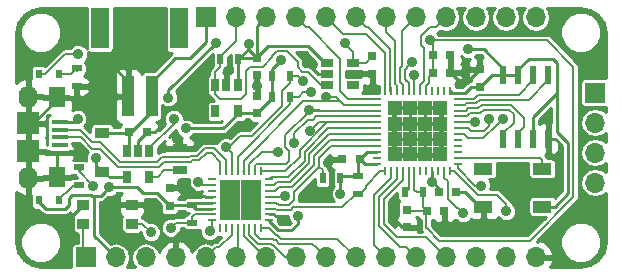
<source format=gbr>
G04 #@! TF.GenerationSoftware,KiCad,Pcbnew,(2017-09-09 revision 8c7175b)-master*
G04 #@! TF.CreationDate,2017-09-11T12:48:41-07:00*
G04 #@! TF.ProjectId,feather_ice40,666561746865725F69636534302E6B69,rev?*
G04 #@! TF.SameCoordinates,Original*
G04 #@! TF.FileFunction,Copper,L1,Top,Signal*
G04 #@! TF.FilePolarity,Positive*
%FSLAX46Y46*%
G04 Gerber Fmt 4.6, Leading zero omitted, Abs format (unit mm)*
G04 Created by KiCad (PCBNEW (2017-09-09 revision 8c7175b)-master) date Monday, September 11, 2017 'PMt' 12:48:41 PM*
%MOMM*%
%LPD*%
G01*
G04 APERTURE LIST*
%ADD10R,1.000000X0.900000*%
%ADD11R,1.600000X1.000000*%
%ADD12O,1.700000X1.700000*%
%ADD13R,1.700000X1.700000*%
%ADD14R,0.600000X1.550000*%
%ADD15R,0.500000X0.900000*%
%ADD16R,0.900000X0.500000*%
%ADD17R,0.750000X0.800000*%
%ADD18R,0.800000X0.750000*%
%ADD19R,1.287500X1.287500*%
%ADD20R,0.700000X0.250000*%
%ADD21R,0.250000X0.700000*%
%ADD22R,1.300000X0.700000*%
%ADD23R,0.650000X1.060000*%
%ADD24R,1.060000X0.650000*%
%ADD25R,0.600000X0.800000*%
%ADD26R,1.400000X1.800000*%
%ADD27R,1.350000X0.400000*%
%ADD28R,1.900000X1.900000*%
%ADD29O,1.600000X1.900000*%
%ADD30R,1.500000X3.400000*%
%ADD31R,1.000000X3.500000*%
%ADD32R,1.200000X0.900000*%
%ADD33R,1.725000X1.725000*%
%ADD34C,0.914400*%
%ADD35C,0.254000*%
%ADD36C,0.203200*%
%ADD37C,0.250000*%
G04 APERTURE END LIST*
D10*
X101684040Y-79712720D03*
X101684040Y-78112720D03*
X97584040Y-79712720D03*
X97584040Y-78112720D03*
D11*
X131424040Y-75049580D03*
X131424040Y-78249580D03*
X136424040Y-75049580D03*
X136424040Y-78249580D03*
D12*
X140898880Y-76230480D03*
X140898880Y-73690480D03*
X140898880Y-71150480D03*
D13*
X140898880Y-68610480D03*
X97790000Y-82550000D03*
D12*
X100330000Y-82550000D03*
X102870000Y-82550000D03*
X105410000Y-82550000D03*
X107950000Y-82550000D03*
X110490000Y-82550000D03*
X113030000Y-82550000D03*
X115570000Y-82550000D03*
X118110000Y-82550000D03*
X120650000Y-82550000D03*
X123190000Y-82550000D03*
X125730000Y-82550000D03*
X128270000Y-82550000D03*
X130810000Y-82550000D03*
X133350000Y-82550000D03*
X135890000Y-82550000D03*
D13*
X107950000Y-62230000D03*
D12*
X110490000Y-62230000D03*
X113030000Y-62230000D03*
X115570000Y-62230000D03*
X118110000Y-62230000D03*
X120650000Y-62230000D03*
X123190000Y-62230000D03*
X125730000Y-62230000D03*
X128270000Y-62230000D03*
X130810000Y-62230000D03*
X133350000Y-62230000D03*
X135890000Y-62230000D03*
D14*
X133134100Y-67094120D03*
X134404100Y-67094120D03*
X135674100Y-67094120D03*
X136944100Y-67094120D03*
X136944100Y-72494120D03*
X135674100Y-72494120D03*
X134404100Y-72494120D03*
X133134100Y-72494120D03*
D15*
X115075400Y-68943220D03*
X113575400Y-68943220D03*
X119324820Y-75839320D03*
X117824820Y-75839320D03*
D16*
X120835420Y-77163360D03*
X120835420Y-75663360D03*
D17*
X131127500Y-68110800D03*
X131127500Y-66610800D03*
D18*
X119503760Y-74236580D03*
X121003760Y-74236580D03*
X129154620Y-77012800D03*
X127654620Y-77012800D03*
D17*
X124934980Y-78518320D03*
X124934980Y-80018320D03*
D18*
X128141160Y-78638400D03*
X126641160Y-78638400D03*
X127151700Y-66903600D03*
X128651700Y-66903600D03*
X128651700Y-65402460D03*
X127151700Y-65402460D03*
D19*
X127785710Y-69940590D03*
X126498210Y-69940590D03*
X125210710Y-69940590D03*
X123923210Y-69940590D03*
X127785710Y-71228090D03*
X126498210Y-71228090D03*
X125210710Y-71228090D03*
X123923210Y-71228090D03*
X127785710Y-72515590D03*
X126498210Y-72515590D03*
X125210710Y-72515590D03*
X123923210Y-72515590D03*
X127785710Y-73803090D03*
X126498210Y-73803090D03*
X125210710Y-73803090D03*
X123923210Y-73803090D03*
D20*
X129254460Y-69121840D03*
X129254460Y-69621840D03*
X129254460Y-70121840D03*
X129254460Y-70621840D03*
X129254460Y-71121840D03*
X129254460Y-71621840D03*
X129254460Y-72121840D03*
X129254460Y-72621840D03*
X129254460Y-73121840D03*
X129254460Y-73621840D03*
X129254460Y-74121840D03*
X129254460Y-74621840D03*
D21*
X128604460Y-75271840D03*
X128104460Y-75271840D03*
X127604460Y-75271840D03*
X127104460Y-75271840D03*
X126604460Y-75271840D03*
X126104460Y-75271840D03*
X125604460Y-75271840D03*
X125104460Y-75271840D03*
X124604460Y-75271840D03*
X124104460Y-75271840D03*
X123604460Y-75271840D03*
X123104460Y-75271840D03*
D20*
X122454460Y-74621840D03*
X122454460Y-74121840D03*
X122454460Y-73621840D03*
X122454460Y-73121840D03*
X122454460Y-72621840D03*
X122454460Y-72121840D03*
X122454460Y-71621840D03*
X122454460Y-71121840D03*
X122454460Y-70621840D03*
X122454460Y-70121840D03*
X122454460Y-69621840D03*
X122454460Y-69121840D03*
D21*
X123104460Y-68471840D03*
X123604460Y-68471840D03*
X124104460Y-68471840D03*
X124604460Y-68471840D03*
X125104460Y-68471840D03*
X125604460Y-68471840D03*
X126104460Y-68471840D03*
X126604460Y-68471840D03*
X127104460Y-68471840D03*
X127604460Y-68471840D03*
X128104460Y-68471840D03*
X128604460Y-68471840D03*
D15*
X113575400Y-67157600D03*
X115075400Y-67157600D03*
X124789500Y-77048360D03*
X126289500Y-77048360D03*
D22*
X105714800Y-73294200D03*
X105714800Y-75194200D03*
D16*
X106781600Y-79617000D03*
X106781600Y-78117000D03*
D17*
X112301020Y-68861240D03*
X112301020Y-70361240D03*
X122041920Y-67000820D03*
X122041920Y-65500820D03*
X104876600Y-78169200D03*
X104876600Y-76669200D03*
X112273080Y-65650680D03*
X112273080Y-67150680D03*
D18*
X102959600Y-71932800D03*
X101459600Y-71932800D03*
D15*
X110681200Y-65775840D03*
X109181200Y-65775840D03*
D16*
X97180400Y-74942000D03*
X97180400Y-76442000D03*
X97028000Y-66560000D03*
X97028000Y-68060000D03*
D23*
X110632280Y-70193080D03*
X108732280Y-70193080D03*
X108732280Y-67993080D03*
X109682280Y-67993080D03*
X110632280Y-67993080D03*
D24*
X118229200Y-66067900D03*
X118229200Y-67017900D03*
X118229200Y-67967900D03*
X120429200Y-67967900D03*
X120429200Y-66067900D03*
D23*
X103159600Y-75725200D03*
X101259600Y-75725200D03*
X101259600Y-73525200D03*
X102209600Y-73525200D03*
X103159600Y-73525200D03*
D25*
X95490400Y-67056000D03*
X93790400Y-67056000D03*
X93790400Y-77724000D03*
X95490400Y-77724000D03*
D26*
X95342500Y-68990000D03*
X95342500Y-75790000D03*
D27*
X95567500Y-71090000D03*
X95567500Y-71740000D03*
X95567500Y-72390000D03*
X95567500Y-73040000D03*
X95567500Y-73690000D03*
D28*
X92892500Y-71190000D03*
X92892500Y-73590000D03*
D29*
X92892500Y-68940000D03*
X92892500Y-75840000D03*
D30*
X99012000Y-63165000D03*
X105712000Y-63165000D03*
D31*
X101362000Y-68915000D03*
X103362000Y-68915000D03*
D32*
X99161600Y-72010000D03*
X99161600Y-75310000D03*
D33*
X110021500Y-78533100D03*
X111746500Y-78533100D03*
X110021500Y-76808100D03*
X111746500Y-76808100D03*
D20*
X108484000Y-79420600D03*
X108484000Y-78920600D03*
X108484000Y-78420600D03*
X108484000Y-77920600D03*
X108484000Y-77420600D03*
X108484000Y-76920600D03*
X108484000Y-76420600D03*
X108484000Y-75920600D03*
D21*
X109134000Y-75270600D03*
X109634000Y-75270600D03*
X110134000Y-75270600D03*
X110634000Y-75270600D03*
X111134000Y-75270600D03*
X111634000Y-75270600D03*
X112134000Y-75270600D03*
X112634000Y-75270600D03*
D20*
X113284000Y-75920600D03*
X113284000Y-76420600D03*
X113284000Y-76920600D03*
X113284000Y-77420600D03*
X113284000Y-77920600D03*
X113284000Y-78420600D03*
X113284000Y-78920600D03*
X113284000Y-79420600D03*
D21*
X112634000Y-80070600D03*
X112134000Y-80070600D03*
X111634000Y-80070600D03*
X111134000Y-80070600D03*
X110634000Y-80070600D03*
X110134000Y-80070600D03*
X109634000Y-80070600D03*
X109134000Y-80070600D03*
D34*
X106233569Y-71634794D03*
X115752880Y-79062580D03*
X119336820Y-77147420D03*
X127115378Y-76172816D03*
X130176572Y-64937650D03*
X114348260Y-65846960D03*
X99771200Y-76631800D03*
X105528279Y-72501755D03*
X107071160Y-68910200D03*
X116486940Y-66106040D03*
X99766120Y-78572360D03*
X109860080Y-66789300D03*
X123758960Y-79235300D03*
X137541000Y-76624180D03*
X118280180Y-74523600D03*
X129487432Y-67879229D03*
X122095281Y-68308230D03*
X125210710Y-71228090D03*
X125210710Y-72515590D03*
X126498210Y-72515590D03*
X126498210Y-71228090D03*
X112298480Y-68049140D03*
X99014280Y-66456560D03*
X114390857Y-79476703D03*
X105892600Y-76250800D03*
X97180400Y-73812400D03*
X104769194Y-69021957D03*
X111577120Y-64513460D03*
X108795820Y-64368680D03*
X97155000Y-65326260D03*
X105229660Y-70802500D03*
X130756888Y-71087059D03*
X119698963Y-64432667D03*
X126961900Y-64175640D03*
X129727960Y-78831440D03*
X133380480Y-78668880D03*
X116186811Y-67630052D03*
X103294180Y-80431640D03*
X125405589Y-65999157D03*
X109641034Y-73207212D03*
X98628198Y-74117200D03*
X97078800Y-70815200D03*
X108254800Y-80340200D03*
X104973216Y-80055919D03*
X98425000Y-76504800D03*
X133073140Y-70858380D03*
X131887867Y-70796844D03*
X116786660Y-71879460D03*
X115426541Y-72849965D03*
X114031546Y-73639964D03*
X116680905Y-70077703D03*
X118132249Y-68953303D03*
X107315000Y-76149200D03*
X116816054Y-68553691D03*
X125555276Y-67106699D03*
X131262120Y-76469240D03*
X114609880Y-77370940D03*
D35*
X110632280Y-70193080D02*
X110632280Y-70398080D01*
X106880147Y-71634794D02*
X106233569Y-71634794D01*
X109395566Y-71634794D02*
X106880147Y-71634794D01*
X110632280Y-70398080D02*
X109395566Y-71634794D01*
X113284000Y-79420600D02*
X113284000Y-79484402D01*
X113284000Y-79484402D02*
X114038303Y-80238705D01*
X115752880Y-79709158D02*
X115752880Y-79062580D01*
X115192959Y-80269079D02*
X115752880Y-79709158D01*
X114038303Y-80238705D02*
X114187985Y-80238705D01*
X114187985Y-80238705D02*
X114218359Y-80269079D01*
X114218359Y-80269079D02*
X115192959Y-80269079D01*
X127115378Y-76172816D02*
X127115378Y-75282758D01*
X127115378Y-75282758D02*
X127104460Y-75271840D01*
X119336820Y-77147420D02*
X119336820Y-75851320D01*
X119336820Y-75851320D02*
X119324820Y-75839320D01*
X127654620Y-77012800D02*
X127654620Y-76712058D01*
X127654620Y-76712058D02*
X127115378Y-76172816D01*
X137478040Y-78249580D02*
X136424040Y-78249580D01*
X138633189Y-77094431D02*
X137478040Y-78249580D01*
X138633189Y-72909221D02*
X138633189Y-77094431D01*
X137680700Y-71956732D02*
X138633189Y-72909221D01*
X137680700Y-68676520D02*
X137680700Y-71956732D01*
X133134100Y-66619120D02*
X131452630Y-64937650D01*
X131452630Y-64937650D02*
X130823150Y-64937650D01*
X130823150Y-64937650D02*
X130176572Y-64937650D01*
X133134100Y-67094120D02*
X133134100Y-66619120D01*
X135674100Y-72494120D02*
X135674100Y-72969120D01*
X122454460Y-74621840D02*
X121389020Y-74621840D01*
X121389020Y-74621840D02*
X121003760Y-74236580D01*
X122454460Y-73621840D02*
X121618500Y-73621840D01*
X121618500Y-73621840D02*
X121003760Y-74236580D01*
X120835420Y-75663360D02*
X120835420Y-74404920D01*
X120835420Y-74404920D02*
X121003760Y-74236580D01*
X120835420Y-75663360D02*
X119500780Y-75663360D01*
X119500780Y-75663360D02*
X119324820Y-75839320D01*
X131127500Y-68110800D02*
X130424460Y-68110800D01*
X129868621Y-68666639D02*
X128799259Y-68666639D01*
X130424460Y-68110800D02*
X129868621Y-68666639D01*
X128799259Y-68666639D02*
X128604460Y-68471840D01*
X113575400Y-67157600D02*
X113575400Y-66619820D01*
X113575400Y-66619820D02*
X114348260Y-65846960D01*
X134404100Y-67094120D02*
X134404100Y-66619120D01*
X137350500Y-65735200D02*
X137680700Y-66065400D01*
X134404100Y-66619120D02*
X135288020Y-65735200D01*
X135288020Y-65735200D02*
X137350500Y-65735200D01*
X137680700Y-66065400D02*
X137680700Y-68676520D01*
X137680700Y-68676520D02*
X135674100Y-70683120D01*
X135674100Y-70683120D02*
X135674100Y-72494120D01*
X133134100Y-67094120D02*
X132144180Y-67094120D01*
X132144180Y-67094120D02*
X131127500Y-68110800D01*
X134404100Y-67094120D02*
X133134100Y-67094120D01*
X112301020Y-70361240D02*
X110800440Y-70361240D01*
X110800440Y-70361240D02*
X110632280Y-70193080D01*
X113575400Y-68943220D02*
X113575400Y-69086860D01*
X113575400Y-69086860D02*
X112301020Y-70361240D01*
X113575400Y-67157600D02*
X113575400Y-68943220D01*
X98501200Y-77317599D02*
X99085401Y-77317599D01*
X98262161Y-77317599D02*
X98501200Y-77317599D01*
X98501200Y-77317599D02*
X98501200Y-80721200D01*
X98501200Y-80721200D02*
X100330000Y-82550000D01*
X106781600Y-78117000D02*
X104928800Y-78117000D01*
X104928800Y-78117000D02*
X104876600Y-78169200D01*
X108484000Y-77920600D02*
X106978000Y-77920600D01*
X106978000Y-77920600D02*
X106781600Y-78117000D01*
X108484000Y-78420600D02*
X107085200Y-78420600D01*
X107085200Y-78420600D02*
X106781600Y-78117000D01*
X103301800Y-77126400D02*
X103833800Y-77126400D01*
X103833800Y-77126400D02*
X104876600Y-78169200D01*
X99771200Y-76631800D02*
X102103200Y-76631800D01*
X102103200Y-76631800D02*
X102597800Y-77126400D01*
X102597800Y-77126400D02*
X103301800Y-77126400D01*
X96652401Y-77261399D02*
X98205961Y-77261399D01*
X96393000Y-78115762D02*
X96393000Y-77520800D01*
X96054561Y-78454201D02*
X96393000Y-78115762D01*
X96393000Y-77520800D02*
X96652401Y-77261399D01*
X99314001Y-77088999D02*
X99771200Y-76631800D01*
X93790400Y-77824000D02*
X94420601Y-78454201D01*
X94420601Y-78454201D02*
X96054561Y-78454201D01*
X98205961Y-77261399D02*
X98262161Y-77317599D01*
X99085401Y-77317599D02*
X99314001Y-77088999D01*
X93790400Y-77724000D02*
X93790400Y-77824000D01*
X104876600Y-78169200D02*
X105118600Y-77927200D01*
X108477400Y-77927200D02*
X108484000Y-77920600D01*
X92892500Y-71190000D02*
X93342500Y-71190000D01*
X93342500Y-71190000D02*
X95342500Y-69190000D01*
X95342500Y-69190000D02*
X95342500Y-68990000D01*
X106151682Y-69829678D02*
X106613961Y-69367399D01*
X106613961Y-69367399D02*
X107071160Y-68910200D01*
X105075301Y-72310341D02*
X105266715Y-72501755D01*
X105266715Y-72501755D02*
X105528279Y-72501755D01*
X105075301Y-72308720D02*
X105075301Y-72310341D01*
X103613600Y-71932800D02*
X104256838Y-71289562D01*
X102959600Y-71932800D02*
X103613600Y-71932800D01*
X104256838Y-71289562D02*
X104256838Y-70267066D01*
X104694226Y-69829678D02*
X106151682Y-69829678D01*
X104256838Y-70267066D02*
X104694226Y-69829678D01*
X117398800Y-67017900D02*
X116486940Y-66106040D01*
X118229200Y-67017900D02*
X117398800Y-67017900D01*
X101684040Y-78112720D02*
X100225760Y-78112720D01*
X100225760Y-78112720D02*
X99766120Y-78572360D01*
X97584040Y-78112720D02*
X97534040Y-78112720D01*
X97534040Y-78112720D02*
X96358120Y-79288640D01*
X109682280Y-67993080D02*
X109682280Y-66967100D01*
X109682280Y-66967100D02*
X109860080Y-66789300D01*
X124541980Y-80018320D02*
X123758960Y-79235300D01*
X124934980Y-80018320D02*
X124541980Y-80018320D01*
X129154620Y-77012800D02*
X129887260Y-77012800D01*
X129887260Y-77012800D02*
X131124040Y-78249580D01*
X131124040Y-78249580D02*
X131424040Y-78249580D01*
X137899140Y-72895160D02*
X137899140Y-76266040D01*
X137899140Y-76266040D02*
X137541000Y-76624180D01*
X136944100Y-72494120D02*
X137498100Y-72494120D01*
X137498100Y-72494120D02*
X137899140Y-72895160D01*
X119503760Y-74236580D02*
X118567200Y-74236580D01*
X118567200Y-74236580D02*
X118280180Y-74523600D01*
X113836037Y-79019504D02*
X113933658Y-79019504D01*
X113933658Y-79019504D02*
X114390857Y-79476703D01*
X113284000Y-78920600D02*
X113737133Y-78920600D01*
X113737133Y-78920600D02*
X113836037Y-79019504D01*
X131127500Y-66635800D02*
X129884071Y-67879229D01*
X131127500Y-66610800D02*
X131127500Y-66635800D01*
X128651700Y-66903600D02*
X128676700Y-66903600D01*
X129884071Y-67879229D02*
X129487432Y-67879229D01*
X129487432Y-67714332D02*
X129487432Y-67879229D01*
X128676700Y-66903600D02*
X129487432Y-67714332D01*
X122041920Y-67000820D02*
X122041920Y-68254869D01*
X122041920Y-68254869D02*
X122095281Y-68308230D01*
X128651700Y-65402460D02*
X128651700Y-66903600D01*
X125210710Y-72515590D02*
X125210710Y-71228090D01*
X126498210Y-72515590D02*
X125210710Y-72515590D01*
X126498210Y-71228090D02*
X126498210Y-72515590D01*
X125210710Y-71228090D02*
X126498210Y-71228090D01*
X112301020Y-68861240D02*
X112301020Y-68051680D01*
X112301020Y-68051680D02*
X112298480Y-68049140D01*
X101362000Y-68915000D02*
X101362000Y-67665000D01*
X100153560Y-66456560D02*
X99014280Y-66456560D01*
X101362000Y-67665000D02*
X100153560Y-66456560D01*
X104876600Y-76669200D02*
X105505600Y-76669200D01*
X105505600Y-76669200D02*
X106207700Y-77371300D01*
X106207700Y-77371300D02*
X107013100Y-77371300D01*
X104851200Y-76669200D02*
X105474200Y-76669200D01*
X105474200Y-76669200D02*
X105892600Y-76250800D01*
X108484000Y-77420600D02*
X107880000Y-77420600D01*
X107880000Y-77420600D02*
X107830700Y-77371300D01*
X107830700Y-77371300D02*
X107013100Y-77371300D01*
X107013100Y-77371300D02*
X106349799Y-76707999D01*
X106349799Y-76707999D02*
X105892600Y-76250800D01*
X95567500Y-73690000D02*
X97058000Y-73690000D01*
X97058000Y-73690000D02*
X97180400Y-73812400D01*
X95342500Y-75790000D02*
X95342500Y-73915000D01*
X95342500Y-73915000D02*
X95567500Y-73690000D01*
X102209600Y-73525200D02*
X102209600Y-72682800D01*
X102209600Y-72682800D02*
X102959600Y-71932800D01*
X101459600Y-69012600D02*
X101362000Y-68915000D01*
X104769194Y-68395306D02*
X104769194Y-69021957D01*
X108795820Y-64368680D02*
X104769194Y-68395306D01*
X112273080Y-65625680D02*
X112273080Y-65650680D01*
X116609447Y-64653147D02*
X113245613Y-64653147D01*
X113245613Y-64653147D02*
X112273080Y-65625680D01*
X118024200Y-66067900D02*
X116609447Y-64653147D01*
X118229200Y-66067900D02*
X118024200Y-66067900D01*
X110681200Y-67160160D02*
X110681200Y-65775840D01*
X110632280Y-67209080D02*
X110681200Y-67160160D01*
X110632280Y-67993080D02*
X110632280Y-67209080D01*
X111577120Y-64513460D02*
X111577120Y-64879920D01*
X111577120Y-64879920D02*
X110681200Y-65775840D01*
X111577120Y-64513460D02*
X111577120Y-64954720D01*
X111577120Y-64954720D02*
X112273080Y-65650680D01*
X110681200Y-65575840D02*
X110681200Y-65775840D01*
X112273080Y-65650680D02*
X112273080Y-62986920D01*
X112273080Y-62986920D02*
X113030000Y-62230000D01*
X112273080Y-65650680D02*
X110806360Y-65650680D01*
X110806360Y-65650680D02*
X110681200Y-65775840D01*
X107950000Y-62230000D02*
X107950000Y-64327000D01*
X107950000Y-64327000D02*
X106610325Y-65666675D01*
X105360325Y-65666675D02*
X103362000Y-67665000D01*
X106610325Y-65666675D02*
X105360325Y-65666675D01*
X103362000Y-67665000D02*
X103362000Y-68915000D01*
D36*
X118229200Y-67967900D02*
X117660754Y-67967900D01*
X110954820Y-69105780D02*
X109111780Y-69105780D01*
X111358680Y-68701920D02*
X110954820Y-69105780D01*
X113982498Y-65084958D02*
X113586258Y-65481198D01*
X112768797Y-66402799D02*
X111709621Y-66402799D01*
X108732280Y-68726280D02*
X108732280Y-67993080D01*
X117660754Y-67967900D02*
X116560896Y-66868042D01*
X114777812Y-65084958D02*
X113982498Y-65084958D01*
X116560896Y-66868042D02*
X116121178Y-66868042D01*
X111709621Y-66402799D02*
X111358680Y-66753740D01*
X109111780Y-69105780D02*
X108732280Y-68726280D01*
X113586258Y-65481198D02*
X113586258Y-65585338D01*
X116121178Y-66868042D02*
X115724938Y-66471802D01*
X115724938Y-66471802D02*
X115724938Y-66032084D01*
X113586258Y-65585338D02*
X112768797Y-66402799D01*
X111358680Y-66753740D02*
X111358680Y-68701920D01*
X115724938Y-66032084D02*
X114777812Y-65084958D01*
X109181200Y-65775840D02*
X109181200Y-65575840D01*
X110490000Y-64267040D02*
X110490000Y-63432081D01*
X109181200Y-65575840D02*
X110490000Y-64267040D01*
X110490000Y-63432081D02*
X110490000Y-62230000D01*
X109181200Y-65775840D02*
X109181200Y-66429040D01*
X109181200Y-66429040D02*
X108732280Y-66877960D01*
X108732280Y-66877960D02*
X108732280Y-67259880D01*
X108732280Y-67259880D02*
X108732280Y-67993080D01*
X97155000Y-65326260D02*
X97134681Y-65346579D01*
X97134681Y-65346579D02*
X96003021Y-65346579D01*
X96003021Y-65346579D02*
X94293600Y-67056000D01*
X94293600Y-67056000D02*
X93790400Y-67056000D01*
X119301260Y-65736318D02*
X116644941Y-63079999D01*
X119301260Y-68447906D02*
X119301260Y-65736318D01*
X119975194Y-69121840D02*
X119301260Y-68447906D01*
X122454460Y-69121840D02*
X119975194Y-69121840D01*
X116419999Y-63079999D02*
X115570000Y-62230000D01*
X116644941Y-63079999D02*
X116419999Y-63079999D01*
X105229660Y-71250140D02*
X105229660Y-70802500D01*
X103159600Y-73320200D02*
X105229660Y-71250140D01*
X103159600Y-73525200D02*
X103159600Y-73320200D01*
X95490400Y-67056000D02*
X96532000Y-67056000D01*
X96532000Y-67056000D02*
X97028000Y-66560000D01*
X97028000Y-66789300D02*
X97028000Y-66560000D01*
X126104460Y-67958450D02*
X126446899Y-67616011D01*
X126199898Y-64541402D02*
X126199898Y-63809878D01*
X127420001Y-63079999D02*
X128270000Y-62230000D01*
X126929777Y-63079999D02*
X127420001Y-63079999D01*
X126104460Y-68471840D02*
X126104460Y-67958450D01*
X126446899Y-67616011D02*
X126446899Y-64788403D01*
X126446899Y-64788403D02*
X126199898Y-64541402D01*
X126199898Y-63809878D02*
X126929777Y-63079999D01*
X130722107Y-71121840D02*
X130756888Y-71087059D01*
X129254460Y-71121840D02*
X130722107Y-71121840D01*
X123104460Y-68471840D02*
X123104460Y-65239718D01*
X123104460Y-65239718D02*
X121535407Y-63670665D01*
X121535407Y-63670665D02*
X119550665Y-63670665D01*
X119550665Y-63670665D02*
X118959999Y-63079999D01*
X118959999Y-63079999D02*
X118110000Y-62230000D01*
X121499999Y-63079999D02*
X120650000Y-62230000D01*
X121700659Y-63079999D02*
X121499999Y-63079999D01*
X123560807Y-64940147D02*
X121700659Y-63079999D01*
X123560807Y-68428187D02*
X123560807Y-64940147D01*
X123604460Y-68471840D02*
X123560807Y-68428187D01*
X123980453Y-67869384D02*
X123980453Y-64222534D01*
X123980453Y-64222534D02*
X123190000Y-63432081D01*
X123190000Y-63432081D02*
X123190000Y-62230000D01*
X124104460Y-67993391D02*
X123980453Y-67869384D01*
X124104460Y-68471840D02*
X124104460Y-67993391D01*
X124386864Y-67701044D02*
X124386864Y-66511205D01*
X124386864Y-66511205D02*
X124531109Y-66366960D01*
X124531109Y-66366960D02*
X124531109Y-63428891D01*
X124531109Y-63428891D02*
X124880001Y-63079999D01*
X124604460Y-67918640D02*
X124386864Y-67701044D01*
X124604460Y-68471840D02*
X124604460Y-67918640D01*
X124880001Y-63079999D02*
X125730000Y-62230000D01*
X112634000Y-80070600D02*
X113259526Y-80070600D01*
X113259526Y-80070600D02*
X113859442Y-80670516D01*
X119075213Y-80975213D02*
X120650000Y-82550000D01*
X113859442Y-80670516D02*
X114009124Y-80670516D01*
X114009124Y-80670516D02*
X114313821Y-80975213D01*
X114313821Y-80975213D02*
X119075213Y-80975213D01*
X113914936Y-77920600D02*
X114127278Y-78132942D01*
X114946983Y-78132942D02*
X115371882Y-77708043D01*
X115371882Y-77044816D02*
X117518178Y-74898520D01*
X115371882Y-77708043D02*
X115371882Y-77044816D01*
X114127278Y-78132942D02*
X114946983Y-78132942D01*
X113284000Y-77920600D02*
X113914936Y-77920600D01*
X117824820Y-75839320D02*
X117824820Y-75186120D01*
X117824820Y-75186120D02*
X117537220Y-74898520D01*
X117537220Y-74898520D02*
X117518178Y-74898520D01*
X117518178Y-74898520D02*
X117518178Y-74134978D01*
X118531316Y-73121840D02*
X121901260Y-73121840D01*
X117518178Y-74134978D02*
X118531316Y-73121840D01*
X121901260Y-73121840D02*
X122454460Y-73121840D01*
X113837200Y-78420600D02*
X113284000Y-78420600D01*
X113840185Y-78420600D02*
X113837200Y-78420600D01*
X113958938Y-78539353D02*
X113840185Y-78420600D01*
X120635420Y-77163360D02*
X119498202Y-78300578D01*
X120835420Y-77163360D02*
X120635420Y-77163360D01*
X119498202Y-78300578D02*
X115354098Y-78300578D01*
X115115323Y-78539353D02*
X113958938Y-78539353D01*
X115354098Y-78300578D02*
X115115323Y-78539353D01*
X123104460Y-75271840D02*
X122726940Y-75271840D01*
X122726940Y-75271840D02*
X121488620Y-76510160D01*
X121035420Y-77163360D02*
X120835420Y-77163360D01*
X121488620Y-76510160D02*
X121488620Y-76710160D01*
X121488620Y-76710160D02*
X121035420Y-77163360D01*
X126641160Y-78638400D02*
X125055060Y-78638400D01*
X125055060Y-78638400D02*
X124934980Y-78518320D01*
X126289500Y-77048360D02*
X126289500Y-78286740D01*
X126289500Y-78286740D02*
X126641160Y-78638400D01*
X126600520Y-80093820D02*
X126600520Y-78679040D01*
X126600520Y-78679040D02*
X126641160Y-78638400D01*
X125604460Y-75271840D02*
X125604460Y-76816520D01*
X125836300Y-77048360D02*
X126289500Y-77048360D01*
X125604460Y-76816520D02*
X125836300Y-77048360D01*
X126961900Y-64175640D02*
X136827260Y-64175640D01*
X139065000Y-66413380D02*
X139065000Y-77457262D01*
X139065000Y-77457262D02*
X135369262Y-81153000D01*
X135369262Y-81153000D02*
X127684700Y-81153000D01*
X127684700Y-81153000D02*
X126625520Y-80093820D01*
X126625520Y-80093820D02*
X126600520Y-80093820D01*
X136827260Y-64175640D02*
X139065000Y-66413380D01*
X120156162Y-64889866D02*
X119698963Y-64432667D01*
X120429200Y-65162904D02*
X120156162Y-64889866D01*
X120429200Y-66067900D02*
X120429200Y-65162904D01*
X120429200Y-66067900D02*
X121474840Y-66067900D01*
X121474840Y-66067900D02*
X122041920Y-65500820D01*
X127151700Y-65402460D02*
X127151700Y-64365440D01*
X127151700Y-64365440D02*
X126961900Y-64175640D01*
X127151700Y-66903600D02*
X127151700Y-65402460D01*
X126604460Y-68471840D02*
X126604460Y-68033200D01*
X126604460Y-68033200D02*
X126853309Y-67784351D01*
X126853309Y-67784351D02*
X126853309Y-67201991D01*
X126853309Y-67201991D02*
X127151700Y-66903600D01*
X124789500Y-77048360D02*
X125104460Y-76733400D01*
X125104460Y-76733400D02*
X125104460Y-75271840D01*
X122996958Y-79730602D02*
X124132336Y-80865980D01*
X124132336Y-80865980D02*
X126585980Y-80865980D01*
X126585980Y-80865980D02*
X127420001Y-81700001D01*
X127420001Y-81700001D02*
X128270000Y-82550000D01*
X122996958Y-77592259D02*
X122996958Y-79730602D01*
X124604460Y-75984757D02*
X122996958Y-77592259D01*
X124604460Y-75271840D02*
X124604460Y-75984757D01*
X124880001Y-81700001D02*
X125730000Y-82550000D01*
X124104460Y-75271840D02*
X124104460Y-75910007D01*
X124104460Y-75910007D02*
X122590547Y-77423920D01*
X122590547Y-77423920D02*
X122590547Y-79898942D01*
X122590547Y-79898942D02*
X124391606Y-81700001D01*
X124391606Y-81700001D02*
X124880001Y-81700001D01*
X123604460Y-75825040D02*
X122184136Y-77245364D01*
X122184136Y-77245364D02*
X122184136Y-81544136D01*
X122184136Y-81544136D02*
X122340001Y-81700001D01*
X122340001Y-81700001D02*
X123190000Y-82550000D01*
X123604460Y-75271840D02*
X123604460Y-75825040D01*
X128104460Y-75271840D02*
X128104460Y-75825040D01*
X128104460Y-75825040D02*
X128404620Y-76125200D01*
X128404620Y-76125200D02*
X128404620Y-77597000D01*
X128404620Y-77597000D02*
X129181861Y-78374241D01*
X129181861Y-78374241D02*
X129270761Y-78374241D01*
X129270761Y-78374241D02*
X129727960Y-78831440D01*
X128604460Y-75271840D02*
X128954734Y-75271840D01*
X132630060Y-77271882D02*
X133380480Y-78022302D01*
X133380480Y-78022302D02*
X133380480Y-78668880D01*
X130954776Y-77271882D02*
X132630060Y-77271882D01*
X128954734Y-75271840D02*
X130954776Y-77271882D01*
X115729612Y-67172853D02*
X116186811Y-67630052D01*
X115075400Y-67157600D02*
X115714359Y-67157600D01*
X115714359Y-67157600D02*
X115729612Y-67172853D01*
X97584040Y-79712720D02*
X97584040Y-82344040D01*
X97584040Y-82344040D02*
X97790000Y-82550000D01*
X101684040Y-79712720D02*
X102575260Y-79712720D01*
X102575260Y-79712720D02*
X103294180Y-80431640D01*
X124793275Y-66679545D02*
X124793275Y-67475779D01*
X124793275Y-67475779D02*
X124922887Y-67605391D01*
X125104460Y-67783645D02*
X125104460Y-67918640D01*
X125104460Y-67918640D02*
X125104460Y-68471840D01*
X124804705Y-66668115D02*
X124793275Y-66679545D01*
X124793275Y-66679545D02*
X124793275Y-67472460D01*
X124948390Y-66524430D02*
X124948390Y-66456356D01*
X124804705Y-66668115D02*
X124948390Y-66524430D01*
X124948390Y-66456356D02*
X125405589Y-65999157D01*
X124793275Y-67472460D02*
X125104460Y-67783645D01*
X109916624Y-73207212D02*
X110860838Y-72262998D01*
X110860838Y-72262998D02*
X111828582Y-72262998D01*
X111828582Y-72262998D02*
X114376200Y-69715380D01*
X114376200Y-68510000D02*
X115075400Y-67810800D01*
X114376200Y-69715380D02*
X114376200Y-68510000D01*
X115075400Y-67810800D02*
X115075400Y-67157600D01*
X109641034Y-73207212D02*
X110134000Y-73700178D01*
X110134000Y-73700178D02*
X110134000Y-75270600D01*
D37*
X109916624Y-73207212D02*
X109641034Y-73207212D01*
D35*
X98628198Y-74117200D02*
X98628198Y-74776598D01*
X98628198Y-74776598D02*
X99161600Y-75310000D01*
X101259600Y-75725200D02*
X99753600Y-75725200D01*
X99161600Y-75310000D02*
X99237799Y-75233801D01*
X99237799Y-75233801D02*
X99237799Y-75209399D01*
X112767200Y-62230000D02*
X113030000Y-62230000D01*
X95567500Y-71090000D02*
X96804000Y-71090000D01*
X96804000Y-71090000D02*
X97078800Y-70815200D01*
D36*
X108484000Y-80111000D02*
X108254800Y-80340200D01*
X108484000Y-79420600D02*
X108484000Y-80111000D01*
X106781600Y-79617000D02*
X105412135Y-79617000D01*
X105412135Y-79617000D02*
X104973216Y-80055919D01*
X108484000Y-78920600D02*
X107024800Y-78920600D01*
X107024800Y-78920600D02*
X106781600Y-79163800D01*
X106781600Y-79163800D02*
X106781600Y-79617000D01*
X104931319Y-80055919D02*
X104973216Y-80055919D01*
D35*
X103362000Y-68915000D02*
X103362000Y-70165000D01*
X103362000Y-70165000D02*
X101594200Y-71932800D01*
X101594200Y-71932800D02*
X101459600Y-71932800D01*
X101459600Y-71932800D02*
X101459600Y-73325200D01*
X101459600Y-73325200D02*
X101259600Y-73525200D01*
X99161600Y-72010000D02*
X101382400Y-72010000D01*
X101382400Y-72010000D02*
X101459600Y-71932800D01*
D36*
X98425000Y-76504800D02*
X97180400Y-75260200D01*
X97180400Y-75260200D02*
X97180400Y-74942000D01*
X97180400Y-75145200D02*
X97380400Y-75145200D01*
X98425000Y-76189800D02*
X98425000Y-76504800D01*
X95490400Y-77624000D02*
X95490400Y-77724000D01*
X95993600Y-77120800D02*
X95490400Y-77624000D01*
X96093600Y-77120800D02*
X95993600Y-77120800D01*
X96772400Y-76442000D02*
X96093600Y-77120800D01*
X97180400Y-76442000D02*
X96772400Y-76442000D01*
X103852800Y-75725200D02*
X104383800Y-75194200D01*
X104383800Y-75194200D02*
X105714800Y-75194200D01*
X103159600Y-75725200D02*
X103852800Y-75725200D01*
X103458800Y-75426000D02*
X103159600Y-75725200D01*
X128104460Y-68471840D02*
X128174659Y-68401641D01*
X132615941Y-71315579D02*
X133073140Y-70858380D01*
X131447541Y-72483979D02*
X132615941Y-71315579D01*
X130169799Y-72483979D02*
X131447541Y-72483979D01*
X129807660Y-72121840D02*
X130169799Y-72483979D01*
X129254460Y-72121840D02*
X129807660Y-72121840D01*
X129254460Y-71621840D02*
X130163905Y-71621840D01*
X130391126Y-71849061D02*
X131482228Y-71849061D01*
X130163905Y-71621840D02*
X130391126Y-71849061D01*
X131482228Y-71849061D02*
X131887867Y-71443422D01*
X131887867Y-71443422D02*
X131887867Y-70796844D01*
X118232312Y-71121840D02*
X117544280Y-71121840D01*
X122454460Y-71121840D02*
X118232312Y-71121840D01*
X118232312Y-71121840D02*
X115892534Y-73461618D01*
X115892534Y-73461618D02*
X115892534Y-74048363D01*
X115892534Y-74048363D02*
X114670297Y-75270600D01*
X114670297Y-75270600D02*
X112962200Y-75270600D01*
X112962200Y-75270600D02*
X112634000Y-75270600D01*
X117544280Y-71121840D02*
X116786660Y-71879460D01*
X117264532Y-70621840D02*
X116997514Y-70888858D01*
X116575838Y-70888858D02*
X115426541Y-72038155D01*
X115426541Y-72203387D02*
X115426541Y-72849965D01*
X122454460Y-70621840D02*
X117264532Y-70621840D01*
X115426541Y-72038155D02*
X115426541Y-72203387D01*
X116997514Y-70888858D02*
X116575838Y-70888858D01*
X111634000Y-75270600D02*
X111634000Y-74672207D01*
X111634000Y-74672207D02*
X112666243Y-73639964D01*
X113384968Y-73639964D02*
X114031546Y-73639964D01*
X112666243Y-73639964D02*
X113384968Y-73639964D01*
X117327483Y-70077703D02*
X116680905Y-70077703D01*
X117613649Y-70121840D02*
X117569512Y-70077703D01*
X117569512Y-70077703D02*
X117327483Y-70077703D01*
X112265159Y-74615799D02*
X112134000Y-74746958D01*
X112134000Y-74746958D02*
X112134000Y-75270600D01*
X114965844Y-73517030D02*
X114965844Y-74400302D01*
X114664540Y-73215726D02*
X114965844Y-73517030D01*
X114965844Y-74400302D02*
X114750346Y-74615799D01*
X114750346Y-74615799D02*
X112265159Y-74615799D01*
X114664540Y-72225405D02*
X114664540Y-73215726D01*
X116768105Y-70121840D02*
X114664540Y-72225405D01*
X117613649Y-70121840D02*
X116768105Y-70121840D01*
X122454460Y-70121840D02*
X117613649Y-70121840D01*
X119299913Y-69315693D02*
X116174716Y-69315693D01*
X111134000Y-74717400D02*
X111134000Y-75270600D01*
X119606060Y-69621840D02*
X119299913Y-69315693D01*
X116174716Y-69315693D02*
X111134000Y-74356409D01*
X111134000Y-74356409D02*
X111134000Y-74717400D01*
X119606060Y-69621840D02*
X118937523Y-68953303D01*
X118778827Y-68953303D02*
X118132249Y-68953303D01*
X118937523Y-68953303D02*
X118778827Y-68953303D01*
X122454460Y-69621840D02*
X119606060Y-69621840D01*
X111119274Y-75255874D02*
X111134000Y-75270600D01*
X116941626Y-81381626D02*
X117260001Y-81700001D01*
X114145483Y-81381626D02*
X116941626Y-81381626D01*
X113840784Y-81076927D02*
X114145483Y-81381626D01*
X113691102Y-81076927D02*
X113840784Y-81076927D01*
X112134000Y-80070600D02*
X112134000Y-80594242D01*
X112134000Y-80594242D02*
X112528546Y-80988788D01*
X112528546Y-80988788D02*
X113602963Y-80988788D01*
X113602963Y-80988788D02*
X113691102Y-81076927D01*
X117260001Y-81700001D02*
X118110000Y-82550000D01*
X114666293Y-82550000D02*
X115570000Y-82550000D01*
X113599631Y-81483338D02*
X114666293Y-82550000D01*
X113434623Y-81395199D02*
X113522762Y-81483338D01*
X113522762Y-81483338D02*
X113599631Y-81483338D01*
X112360206Y-81395199D02*
X113434623Y-81395199D01*
X111634000Y-80668993D02*
X112360206Y-81395199D01*
X111634000Y-80070600D02*
X111634000Y-80668993D01*
X112940256Y-82550000D02*
X113030000Y-82550000D01*
X111134000Y-80743744D02*
X112940256Y-82550000D01*
X111134000Y-80070600D02*
X111134000Y-80743744D01*
X110634000Y-80070600D02*
X110634000Y-82406000D01*
X110634000Y-82406000D02*
X110490000Y-82550000D01*
X110134000Y-80070600D02*
X110134000Y-80623800D01*
X108799999Y-81700001D02*
X107950000Y-82550000D01*
X110134000Y-80623800D02*
X109057799Y-81700001D01*
X109057799Y-81700001D02*
X108799999Y-81700001D01*
X98970878Y-72764801D02*
X100677607Y-74471530D01*
X98317759Y-72764801D02*
X98970878Y-72764801D01*
X97292958Y-71740000D02*
X98317759Y-72764801D01*
X95567500Y-71740000D02*
X97292958Y-71740000D01*
X109634000Y-74318234D02*
X109634000Y-74717400D01*
X108644296Y-73328530D02*
X109634000Y-74318234D01*
X107839904Y-73328530D02*
X108644296Y-73328530D01*
X107230304Y-73938130D02*
X107839904Y-73328530D01*
X106619512Y-73938130D02*
X107230304Y-73938130D01*
X106491242Y-74066400D02*
X106619512Y-73938130D01*
X104206434Y-74066400D02*
X106491242Y-74066400D01*
X109634000Y-74717400D02*
X109634000Y-75270600D01*
X103801304Y-74471530D02*
X104206434Y-74066400D01*
X100677607Y-74471530D02*
X103801304Y-74471530D01*
X95567500Y-72390000D02*
X97364643Y-72390000D01*
X97364643Y-72390000D02*
X98329841Y-73355198D01*
X98329841Y-73355198D02*
X98958398Y-73355198D01*
X98958398Y-73355198D02*
X100483670Y-74880470D01*
X100483670Y-74880470D02*
X103970696Y-74880470D01*
X103970696Y-74880470D02*
X104375835Y-74475331D01*
X104375835Y-74475331D02*
X106660626Y-74475331D01*
X106660626Y-74475331D02*
X106788887Y-74347070D01*
X106788887Y-74347070D02*
X107399696Y-74347070D01*
X107399696Y-74347070D02*
X108009296Y-73737470D01*
X108009296Y-73737470D02*
X108474904Y-73737470D01*
X108474904Y-73737470D02*
X109179530Y-74442096D01*
X109179530Y-74442096D02*
X109179530Y-74671870D01*
X109179530Y-74671870D02*
X109134000Y-74717400D01*
X109134000Y-74717400D02*
X109134000Y-75270600D01*
X108484000Y-76420600D02*
X107586400Y-76420600D01*
X107586400Y-76420600D02*
X107315000Y-76149200D01*
X116188717Y-68553691D02*
X116816054Y-68553691D01*
X115799188Y-68943220D02*
X116188717Y-68553691D01*
X115075400Y-68943220D02*
X115799188Y-68943220D01*
X125604460Y-68471840D02*
X125604460Y-67155883D01*
X125604460Y-67155883D02*
X125555276Y-67106699D01*
X115075400Y-68943220D02*
X115075400Y-69596420D01*
X115075400Y-69596420D02*
X110634000Y-74037820D01*
X110634000Y-74037820D02*
X110634000Y-74717400D01*
X110634000Y-74717400D02*
X110634000Y-75270600D01*
X121901260Y-72621840D02*
X122454460Y-72621840D01*
X113284000Y-76920600D02*
X113837200Y-76920600D01*
X113837200Y-76920600D02*
X114164102Y-76593698D01*
X115248249Y-76593698D02*
X117111767Y-74730180D01*
X117111767Y-74730180D02*
X117111767Y-73966638D01*
X117111767Y-73966638D02*
X118456565Y-72621840D01*
X118456565Y-72621840D02*
X121901260Y-72621840D01*
X114164102Y-76593698D02*
X115248249Y-76593698D01*
X130773660Y-76469240D02*
X131262120Y-76469240D01*
X129254460Y-74621840D02*
X129254460Y-74950040D01*
X129254460Y-74950040D02*
X130773660Y-76469240D01*
X113284000Y-77420600D02*
X114560220Y-77420600D01*
X114560220Y-77420600D02*
X114609880Y-77370940D01*
X116298945Y-73629958D02*
X118307063Y-71621840D01*
X116298945Y-74393500D02*
X116298945Y-73629958D01*
X118307063Y-71621840D02*
X121901260Y-71621840D01*
X121901260Y-71621840D02*
X122454460Y-71621840D01*
X113423724Y-75780876D02*
X114911568Y-75780876D01*
X114911568Y-75780876D02*
X116298945Y-74393500D01*
X113284000Y-75920600D02*
X113423724Y-75780876D01*
X113284000Y-76420600D02*
X113743405Y-76420600D01*
X115079909Y-76187287D02*
X116705356Y-74561840D01*
X121901260Y-72121840D02*
X122454460Y-72121840D01*
X118381814Y-72121840D02*
X121901260Y-72121840D01*
X113976718Y-76187287D02*
X115079909Y-76187287D01*
X116705356Y-74561840D02*
X116705356Y-73798298D01*
X113743405Y-76420600D02*
X113976718Y-76187287D01*
X116705356Y-73798298D02*
X118381814Y-72121840D01*
X129254460Y-69121840D02*
X129807660Y-69121840D01*
X130965964Y-68815601D02*
X134427619Y-68815601D01*
X134427619Y-68815601D02*
X135674100Y-67569120D01*
X135674100Y-67569120D02*
X135674100Y-67094120D01*
X129807660Y-69121840D02*
X129823684Y-69105816D01*
X129823684Y-69105816D02*
X130675749Y-69105816D01*
X130675749Y-69105816D02*
X130965964Y-68815601D01*
X130844089Y-69512227D02*
X131134304Y-69222012D01*
X131134304Y-69222012D02*
X135291208Y-69222012D01*
X135291208Y-69222012D02*
X136944100Y-67569120D01*
X136944100Y-67569120D02*
X136944100Y-67094120D01*
X129254460Y-69621840D02*
X129882411Y-69621840D01*
X129882411Y-69621840D02*
X129992024Y-69512227D01*
X129992024Y-69512227D02*
X130844089Y-69512227D01*
X129254460Y-70121840D02*
X129957162Y-70121840D01*
X130160364Y-69918638D02*
X131012429Y-69918638D01*
X131302644Y-69628423D02*
X133771756Y-69628423D01*
X129957162Y-70121840D02*
X130160364Y-69918638D01*
X134907300Y-71515920D02*
X134404100Y-72019120D01*
X134907300Y-70763967D02*
X134907300Y-71515920D01*
X133771756Y-69628423D02*
X134907300Y-70763967D01*
X131012429Y-69918638D02*
X131302644Y-69628423D01*
X134404100Y-72019120D02*
X134404100Y-72494120D01*
X129254460Y-70621840D02*
X130031913Y-70621840D01*
X130031913Y-70621840D02*
X130328704Y-70325049D01*
X131470984Y-70034834D02*
X133580556Y-70034834D01*
X131180769Y-70325049D02*
X131470984Y-70034834D01*
X133580556Y-70034834D02*
X134002781Y-70457059D01*
X134002781Y-70457059D02*
X134002781Y-71150439D01*
X130328704Y-70325049D02*
X131180769Y-70325049D01*
X134002781Y-71150439D02*
X133134100Y-72019120D01*
X133134100Y-72019120D02*
X133134100Y-72494120D01*
X129254460Y-74121840D02*
X136199500Y-74121840D01*
X136199500Y-74121840D02*
X136424040Y-74346380D01*
X136424040Y-74346380D02*
X136424040Y-75049580D01*
D35*
G36*
X100645713Y-77303022D02*
X100549040Y-77536411D01*
X100549040Y-77826970D01*
X100707790Y-77985720D01*
X101557040Y-77985720D01*
X101557040Y-77965720D01*
X101811040Y-77965720D01*
X101811040Y-77985720D01*
X102660290Y-77985720D01*
X102819040Y-77826970D01*
X102819040Y-77634400D01*
X103623380Y-77634400D01*
X104113136Y-78124156D01*
X104113136Y-78569200D01*
X104142706Y-78717859D01*
X104226914Y-78843886D01*
X104352941Y-78928094D01*
X104501600Y-78957664D01*
X105251600Y-78957664D01*
X105400259Y-78928094D01*
X105526286Y-78843886D01*
X105610494Y-78717859D01*
X105628965Y-78625000D01*
X106045765Y-78625000D01*
X106056914Y-78641686D01*
X106182941Y-78725894D01*
X106331600Y-78755464D01*
X106507436Y-78755464D01*
X106440350Y-78822550D01*
X106336124Y-78978536D01*
X106331600Y-78978536D01*
X106182941Y-79008106D01*
X106056914Y-79092314D01*
X106028793Y-79134400D01*
X105412135Y-79134400D01*
X105227452Y-79171136D01*
X105151062Y-79222178D01*
X105140676Y-79217865D01*
X104807219Y-79217574D01*
X104499034Y-79344914D01*
X104263039Y-79580497D01*
X104135162Y-79888459D01*
X104134871Y-80221916D01*
X104262211Y-80530101D01*
X104497794Y-80766096D01*
X104805756Y-80893973D01*
X105139213Y-80894264D01*
X105447398Y-80766924D01*
X105683393Y-80531341D01*
X105811270Y-80223379D01*
X105811378Y-80099600D01*
X106028793Y-80099600D01*
X106056914Y-80141686D01*
X106182941Y-80225894D01*
X106331600Y-80255464D01*
X107231600Y-80255464D01*
X107380259Y-80225894D01*
X107416721Y-80201531D01*
X107416455Y-80506197D01*
X107543795Y-80814382D01*
X107779378Y-81050377D01*
X108087340Y-81178254D01*
X108420797Y-81178545D01*
X108728982Y-81051205D01*
X108964977Y-80815622D01*
X108970851Y-80801476D01*
X109009000Y-80809064D01*
X109259000Y-80809064D01*
X109268033Y-80807267D01*
X108857899Y-81217401D01*
X108799999Y-81217401D01*
X108615316Y-81254137D01*
X108458749Y-81358751D01*
X108425777Y-81391723D01*
X108421083Y-81388587D01*
X107950000Y-81294883D01*
X107478917Y-81388587D01*
X107079552Y-81655435D01*
X106812704Y-82054800D01*
X106804917Y-82093947D01*
X106605183Y-81668642D01*
X106176924Y-81278355D01*
X105766890Y-81108524D01*
X105537000Y-81229845D01*
X105537000Y-82423000D01*
X105557000Y-82423000D01*
X105557000Y-82677000D01*
X105537000Y-82677000D01*
X105537000Y-82697000D01*
X105283000Y-82697000D01*
X105283000Y-82677000D01*
X105263000Y-82677000D01*
X105263000Y-82423000D01*
X105283000Y-82423000D01*
X105283000Y-81229845D01*
X105053110Y-81108524D01*
X104643076Y-81278355D01*
X104214817Y-81668642D01*
X104015083Y-82093947D01*
X104007296Y-82054800D01*
X103740448Y-81655435D01*
X103341083Y-81388587D01*
X102870000Y-81294883D01*
X102398917Y-81388587D01*
X101999552Y-81655435D01*
X101732704Y-82054800D01*
X101639000Y-82525883D01*
X101639000Y-82574117D01*
X101732704Y-83045200D01*
X101945720Y-83364000D01*
X101254280Y-83364000D01*
X101467296Y-83045200D01*
X101561000Y-82574117D01*
X101561000Y-82525883D01*
X101467296Y-82054800D01*
X101200448Y-81655435D01*
X100801083Y-81388587D01*
X100330000Y-81294883D01*
X99882347Y-81383927D01*
X99009200Y-80510780D01*
X99009200Y-78398470D01*
X100549040Y-78398470D01*
X100549040Y-78689029D01*
X100645713Y-78922418D01*
X100824341Y-79101047D01*
X100831782Y-79104129D01*
X100825146Y-79114061D01*
X100795576Y-79262720D01*
X100795576Y-80162720D01*
X100825146Y-80311379D01*
X100909354Y-80437406D01*
X101035381Y-80521614D01*
X101184040Y-80551184D01*
X102184040Y-80551184D01*
X102332699Y-80521614D01*
X102455973Y-80439245D01*
X102455835Y-80597637D01*
X102583175Y-80905822D01*
X102818758Y-81141817D01*
X103126720Y-81269694D01*
X103460177Y-81269985D01*
X103768362Y-81142645D01*
X104004357Y-80907062D01*
X104132234Y-80599100D01*
X104132525Y-80265643D01*
X104005185Y-79957458D01*
X103769602Y-79721463D01*
X103461640Y-79593586D01*
X103138344Y-79593304D01*
X102916510Y-79371470D01*
X102759943Y-79266856D01*
X102575260Y-79230120D01*
X102566019Y-79230120D01*
X102542934Y-79114061D01*
X102536298Y-79104129D01*
X102543739Y-79101047D01*
X102722367Y-78922418D01*
X102819040Y-78689029D01*
X102819040Y-78398470D01*
X102660290Y-78239720D01*
X101811040Y-78239720D01*
X101811040Y-78259720D01*
X101557040Y-78259720D01*
X101557040Y-78239720D01*
X100707790Y-78239720D01*
X100549040Y-78398470D01*
X99009200Y-78398470D01*
X99009200Y-77825599D01*
X99085401Y-77825599D01*
X99279804Y-77786930D01*
X99444611Y-77676809D01*
X99651524Y-77469896D01*
X99937197Y-77470145D01*
X100245382Y-77342805D01*
X100448742Y-77139800D01*
X100808934Y-77139800D01*
X100645713Y-77303022D01*
X100645713Y-77303022D01*
G37*
X100645713Y-77303022D02*
X100549040Y-77536411D01*
X100549040Y-77826970D01*
X100707790Y-77985720D01*
X101557040Y-77985720D01*
X101557040Y-77965720D01*
X101811040Y-77965720D01*
X101811040Y-77985720D01*
X102660290Y-77985720D01*
X102819040Y-77826970D01*
X102819040Y-77634400D01*
X103623380Y-77634400D01*
X104113136Y-78124156D01*
X104113136Y-78569200D01*
X104142706Y-78717859D01*
X104226914Y-78843886D01*
X104352941Y-78928094D01*
X104501600Y-78957664D01*
X105251600Y-78957664D01*
X105400259Y-78928094D01*
X105526286Y-78843886D01*
X105610494Y-78717859D01*
X105628965Y-78625000D01*
X106045765Y-78625000D01*
X106056914Y-78641686D01*
X106182941Y-78725894D01*
X106331600Y-78755464D01*
X106507436Y-78755464D01*
X106440350Y-78822550D01*
X106336124Y-78978536D01*
X106331600Y-78978536D01*
X106182941Y-79008106D01*
X106056914Y-79092314D01*
X106028793Y-79134400D01*
X105412135Y-79134400D01*
X105227452Y-79171136D01*
X105151062Y-79222178D01*
X105140676Y-79217865D01*
X104807219Y-79217574D01*
X104499034Y-79344914D01*
X104263039Y-79580497D01*
X104135162Y-79888459D01*
X104134871Y-80221916D01*
X104262211Y-80530101D01*
X104497794Y-80766096D01*
X104805756Y-80893973D01*
X105139213Y-80894264D01*
X105447398Y-80766924D01*
X105683393Y-80531341D01*
X105811270Y-80223379D01*
X105811378Y-80099600D01*
X106028793Y-80099600D01*
X106056914Y-80141686D01*
X106182941Y-80225894D01*
X106331600Y-80255464D01*
X107231600Y-80255464D01*
X107380259Y-80225894D01*
X107416721Y-80201531D01*
X107416455Y-80506197D01*
X107543795Y-80814382D01*
X107779378Y-81050377D01*
X108087340Y-81178254D01*
X108420797Y-81178545D01*
X108728982Y-81051205D01*
X108964977Y-80815622D01*
X108970851Y-80801476D01*
X109009000Y-80809064D01*
X109259000Y-80809064D01*
X109268033Y-80807267D01*
X108857899Y-81217401D01*
X108799999Y-81217401D01*
X108615316Y-81254137D01*
X108458749Y-81358751D01*
X108425777Y-81391723D01*
X108421083Y-81388587D01*
X107950000Y-81294883D01*
X107478917Y-81388587D01*
X107079552Y-81655435D01*
X106812704Y-82054800D01*
X106804917Y-82093947D01*
X106605183Y-81668642D01*
X106176924Y-81278355D01*
X105766890Y-81108524D01*
X105537000Y-81229845D01*
X105537000Y-82423000D01*
X105557000Y-82423000D01*
X105557000Y-82677000D01*
X105537000Y-82677000D01*
X105537000Y-82697000D01*
X105283000Y-82697000D01*
X105283000Y-82677000D01*
X105263000Y-82677000D01*
X105263000Y-82423000D01*
X105283000Y-82423000D01*
X105283000Y-81229845D01*
X105053110Y-81108524D01*
X104643076Y-81278355D01*
X104214817Y-81668642D01*
X104015083Y-82093947D01*
X104007296Y-82054800D01*
X103740448Y-81655435D01*
X103341083Y-81388587D01*
X102870000Y-81294883D01*
X102398917Y-81388587D01*
X101999552Y-81655435D01*
X101732704Y-82054800D01*
X101639000Y-82525883D01*
X101639000Y-82574117D01*
X101732704Y-83045200D01*
X101945720Y-83364000D01*
X101254280Y-83364000D01*
X101467296Y-83045200D01*
X101561000Y-82574117D01*
X101561000Y-82525883D01*
X101467296Y-82054800D01*
X101200448Y-81655435D01*
X100801083Y-81388587D01*
X100330000Y-81294883D01*
X99882347Y-81383927D01*
X99009200Y-80510780D01*
X99009200Y-78398470D01*
X100549040Y-78398470D01*
X100549040Y-78689029D01*
X100645713Y-78922418D01*
X100824341Y-79101047D01*
X100831782Y-79104129D01*
X100825146Y-79114061D01*
X100795576Y-79262720D01*
X100795576Y-80162720D01*
X100825146Y-80311379D01*
X100909354Y-80437406D01*
X101035381Y-80521614D01*
X101184040Y-80551184D01*
X102184040Y-80551184D01*
X102332699Y-80521614D01*
X102455973Y-80439245D01*
X102455835Y-80597637D01*
X102583175Y-80905822D01*
X102818758Y-81141817D01*
X103126720Y-81269694D01*
X103460177Y-81269985D01*
X103768362Y-81142645D01*
X104004357Y-80907062D01*
X104132234Y-80599100D01*
X104132525Y-80265643D01*
X104005185Y-79957458D01*
X103769602Y-79721463D01*
X103461640Y-79593586D01*
X103138344Y-79593304D01*
X102916510Y-79371470D01*
X102759943Y-79266856D01*
X102575260Y-79230120D01*
X102566019Y-79230120D01*
X102542934Y-79114061D01*
X102536298Y-79104129D01*
X102543739Y-79101047D01*
X102722367Y-78922418D01*
X102819040Y-78689029D01*
X102819040Y-78398470D01*
X102660290Y-78239720D01*
X101811040Y-78239720D01*
X101811040Y-78259720D01*
X101557040Y-78259720D01*
X101557040Y-78239720D01*
X100707790Y-78239720D01*
X100549040Y-78398470D01*
X99009200Y-78398470D01*
X99009200Y-77825599D01*
X99085401Y-77825599D01*
X99279804Y-77786930D01*
X99444611Y-77676809D01*
X99651524Y-77469896D01*
X99937197Y-77470145D01*
X100245382Y-77342805D01*
X100448742Y-77139800D01*
X100808934Y-77139800D01*
X100645713Y-77303022D01*
G36*
X129672704Y-61734800D02*
X129579000Y-62205883D01*
X129579000Y-62254117D01*
X129672704Y-62725200D01*
X129939552Y-63124565D01*
X130338917Y-63391413D01*
X130810000Y-63485117D01*
X131281083Y-63391413D01*
X131680448Y-63124565D01*
X131947296Y-62725200D01*
X132041000Y-62254117D01*
X132041000Y-62205883D01*
X131947296Y-61734800D01*
X131734280Y-61416000D01*
X132425720Y-61416000D01*
X132212704Y-61734800D01*
X132119000Y-62205883D01*
X132119000Y-62254117D01*
X132212704Y-62725200D01*
X132479552Y-63124565D01*
X132878917Y-63391413D01*
X133350000Y-63485117D01*
X133821083Y-63391413D01*
X134220448Y-63124565D01*
X134487296Y-62725200D01*
X134581000Y-62254117D01*
X134581000Y-62205883D01*
X134487296Y-61734800D01*
X134274280Y-61416000D01*
X134965720Y-61416000D01*
X134752704Y-61734800D01*
X134659000Y-62205883D01*
X134659000Y-62254117D01*
X134752704Y-62725200D01*
X135019552Y-63124565D01*
X135418917Y-63391413D01*
X135890000Y-63485117D01*
X136361083Y-63391413D01*
X136760448Y-63124565D01*
X137027296Y-62725200D01*
X137121000Y-62254117D01*
X137121000Y-62205883D01*
X137027296Y-61734800D01*
X136814280Y-61416000D01*
X139655089Y-61416000D01*
X140494094Y-61582888D01*
X141167293Y-62032707D01*
X141617112Y-62705906D01*
X141784000Y-63544911D01*
X141784000Y-67379002D01*
X141748880Y-67372016D01*
X140048880Y-67372016D01*
X139900221Y-67401586D01*
X139774194Y-67485794D01*
X139689986Y-67611821D01*
X139660416Y-67760480D01*
X139660416Y-69460480D01*
X139689986Y-69609139D01*
X139774194Y-69735166D01*
X139900221Y-69819374D01*
X140048880Y-69848944D01*
X141748880Y-69848944D01*
X141784000Y-69841958D01*
X141784000Y-70273721D01*
X141394080Y-70013184D01*
X140922997Y-69919480D01*
X140874763Y-69919480D01*
X140403680Y-70013184D01*
X140004315Y-70280032D01*
X139737467Y-70679397D01*
X139643763Y-71150480D01*
X139737467Y-71621563D01*
X140004315Y-72020928D01*
X140403680Y-72287776D01*
X140874763Y-72381480D01*
X140922997Y-72381480D01*
X141394080Y-72287776D01*
X141784000Y-72027239D01*
X141784000Y-72813721D01*
X141394080Y-72553184D01*
X140922997Y-72459480D01*
X140874763Y-72459480D01*
X140403680Y-72553184D01*
X140004315Y-72820032D01*
X139737467Y-73219397D01*
X139643763Y-73690480D01*
X139737467Y-74161563D01*
X140004315Y-74560928D01*
X140403680Y-74827776D01*
X140874763Y-74921480D01*
X140922997Y-74921480D01*
X141394080Y-74827776D01*
X141784000Y-74567239D01*
X141784000Y-75353721D01*
X141394080Y-75093184D01*
X140922997Y-74999480D01*
X140874763Y-74999480D01*
X140403680Y-75093184D01*
X140004315Y-75360032D01*
X139737467Y-75759397D01*
X139643763Y-76230480D01*
X139737467Y-76701563D01*
X140004315Y-77100928D01*
X140403680Y-77367776D01*
X140874763Y-77461480D01*
X140922997Y-77461480D01*
X141394080Y-77367776D01*
X141784000Y-77107239D01*
X141784000Y-81235089D01*
X141617112Y-82074094D01*
X141167293Y-82747293D01*
X140494094Y-83197112D01*
X139655089Y-83364000D01*
X137116816Y-83364000D01*
X137331486Y-82906892D01*
X137210819Y-82677000D01*
X136017000Y-82677000D01*
X136017000Y-82697000D01*
X135763000Y-82697000D01*
X135763000Y-82677000D01*
X135743000Y-82677000D01*
X135743000Y-82423000D01*
X135763000Y-82423000D01*
X135763000Y-82403000D01*
X136017000Y-82403000D01*
X136017000Y-82423000D01*
X137210819Y-82423000D01*
X137331486Y-82193108D01*
X137085183Y-81668642D01*
X137034889Y-81622807D01*
X137968700Y-81622807D01*
X138231674Y-82259252D01*
X138718187Y-82746614D01*
X139354172Y-83010699D01*
X140042807Y-83011300D01*
X140679252Y-82748326D01*
X141166614Y-82261813D01*
X141430699Y-81625828D01*
X141431300Y-80937193D01*
X141168326Y-80300748D01*
X140681813Y-79813386D01*
X140045828Y-79549301D01*
X139357193Y-79548700D01*
X138720748Y-79811674D01*
X138233386Y-80298187D01*
X137969301Y-80934172D01*
X137968700Y-81622807D01*
X137034889Y-81622807D01*
X136656924Y-81278355D01*
X136246890Y-81108524D01*
X136017002Y-81229844D01*
X136017002Y-81187760D01*
X139406250Y-77798512D01*
X139510864Y-77641945D01*
X139547601Y-77457262D01*
X139547600Y-77457257D01*
X139547600Y-66413380D01*
X139510864Y-66228697D01*
X139406250Y-66072130D01*
X137176927Y-63842807D01*
X137968700Y-63842807D01*
X138231674Y-64479252D01*
X138718187Y-64966614D01*
X139354172Y-65230699D01*
X140042807Y-65231300D01*
X140679252Y-64968326D01*
X141166614Y-64481813D01*
X141430699Y-63845828D01*
X141431300Y-63157193D01*
X141168326Y-62520748D01*
X140681813Y-62033386D01*
X140045828Y-61769301D01*
X139357193Y-61768700D01*
X138720748Y-62031674D01*
X138233386Y-62518187D01*
X137969301Y-63154172D01*
X137968700Y-63842807D01*
X137176927Y-63842807D01*
X137168510Y-63834390D01*
X137011943Y-63729776D01*
X136827260Y-63693040D01*
X127664502Y-63693040D01*
X127515354Y-63543632D01*
X127604684Y-63525863D01*
X127761251Y-63421249D01*
X127794223Y-63388277D01*
X127798917Y-63391413D01*
X128270000Y-63485117D01*
X128741083Y-63391413D01*
X129140448Y-63124565D01*
X129407296Y-62725200D01*
X129501000Y-62254117D01*
X129501000Y-62205883D01*
X129407296Y-61734800D01*
X129194280Y-61416000D01*
X129885720Y-61416000D01*
X129672704Y-61734800D01*
X129672704Y-61734800D01*
G37*
X129672704Y-61734800D02*
X129579000Y-62205883D01*
X129579000Y-62254117D01*
X129672704Y-62725200D01*
X129939552Y-63124565D01*
X130338917Y-63391413D01*
X130810000Y-63485117D01*
X131281083Y-63391413D01*
X131680448Y-63124565D01*
X131947296Y-62725200D01*
X132041000Y-62254117D01*
X132041000Y-62205883D01*
X131947296Y-61734800D01*
X131734280Y-61416000D01*
X132425720Y-61416000D01*
X132212704Y-61734800D01*
X132119000Y-62205883D01*
X132119000Y-62254117D01*
X132212704Y-62725200D01*
X132479552Y-63124565D01*
X132878917Y-63391413D01*
X133350000Y-63485117D01*
X133821083Y-63391413D01*
X134220448Y-63124565D01*
X134487296Y-62725200D01*
X134581000Y-62254117D01*
X134581000Y-62205883D01*
X134487296Y-61734800D01*
X134274280Y-61416000D01*
X134965720Y-61416000D01*
X134752704Y-61734800D01*
X134659000Y-62205883D01*
X134659000Y-62254117D01*
X134752704Y-62725200D01*
X135019552Y-63124565D01*
X135418917Y-63391413D01*
X135890000Y-63485117D01*
X136361083Y-63391413D01*
X136760448Y-63124565D01*
X137027296Y-62725200D01*
X137121000Y-62254117D01*
X137121000Y-62205883D01*
X137027296Y-61734800D01*
X136814280Y-61416000D01*
X139655089Y-61416000D01*
X140494094Y-61582888D01*
X141167293Y-62032707D01*
X141617112Y-62705906D01*
X141784000Y-63544911D01*
X141784000Y-67379002D01*
X141748880Y-67372016D01*
X140048880Y-67372016D01*
X139900221Y-67401586D01*
X139774194Y-67485794D01*
X139689986Y-67611821D01*
X139660416Y-67760480D01*
X139660416Y-69460480D01*
X139689986Y-69609139D01*
X139774194Y-69735166D01*
X139900221Y-69819374D01*
X140048880Y-69848944D01*
X141748880Y-69848944D01*
X141784000Y-69841958D01*
X141784000Y-70273721D01*
X141394080Y-70013184D01*
X140922997Y-69919480D01*
X140874763Y-69919480D01*
X140403680Y-70013184D01*
X140004315Y-70280032D01*
X139737467Y-70679397D01*
X139643763Y-71150480D01*
X139737467Y-71621563D01*
X140004315Y-72020928D01*
X140403680Y-72287776D01*
X140874763Y-72381480D01*
X140922997Y-72381480D01*
X141394080Y-72287776D01*
X141784000Y-72027239D01*
X141784000Y-72813721D01*
X141394080Y-72553184D01*
X140922997Y-72459480D01*
X140874763Y-72459480D01*
X140403680Y-72553184D01*
X140004315Y-72820032D01*
X139737467Y-73219397D01*
X139643763Y-73690480D01*
X139737467Y-74161563D01*
X140004315Y-74560928D01*
X140403680Y-74827776D01*
X140874763Y-74921480D01*
X140922997Y-74921480D01*
X141394080Y-74827776D01*
X141784000Y-74567239D01*
X141784000Y-75353721D01*
X141394080Y-75093184D01*
X140922997Y-74999480D01*
X140874763Y-74999480D01*
X140403680Y-75093184D01*
X140004315Y-75360032D01*
X139737467Y-75759397D01*
X139643763Y-76230480D01*
X139737467Y-76701563D01*
X140004315Y-77100928D01*
X140403680Y-77367776D01*
X140874763Y-77461480D01*
X140922997Y-77461480D01*
X141394080Y-77367776D01*
X141784000Y-77107239D01*
X141784000Y-81235089D01*
X141617112Y-82074094D01*
X141167293Y-82747293D01*
X140494094Y-83197112D01*
X139655089Y-83364000D01*
X137116816Y-83364000D01*
X137331486Y-82906892D01*
X137210819Y-82677000D01*
X136017000Y-82677000D01*
X136017000Y-82697000D01*
X135763000Y-82697000D01*
X135763000Y-82677000D01*
X135743000Y-82677000D01*
X135743000Y-82423000D01*
X135763000Y-82423000D01*
X135763000Y-82403000D01*
X136017000Y-82403000D01*
X136017000Y-82423000D01*
X137210819Y-82423000D01*
X137331486Y-82193108D01*
X137085183Y-81668642D01*
X137034889Y-81622807D01*
X137968700Y-81622807D01*
X138231674Y-82259252D01*
X138718187Y-82746614D01*
X139354172Y-83010699D01*
X140042807Y-83011300D01*
X140679252Y-82748326D01*
X141166614Y-82261813D01*
X141430699Y-81625828D01*
X141431300Y-80937193D01*
X141168326Y-80300748D01*
X140681813Y-79813386D01*
X140045828Y-79549301D01*
X139357193Y-79548700D01*
X138720748Y-79811674D01*
X138233386Y-80298187D01*
X137969301Y-80934172D01*
X137968700Y-81622807D01*
X137034889Y-81622807D01*
X136656924Y-81278355D01*
X136246890Y-81108524D01*
X136017002Y-81229844D01*
X136017002Y-81187760D01*
X139406250Y-77798512D01*
X139510864Y-77641945D01*
X139547601Y-77457262D01*
X139547600Y-77457257D01*
X139547600Y-66413380D01*
X139510864Y-66228697D01*
X139406250Y-66072130D01*
X137176927Y-63842807D01*
X137968700Y-63842807D01*
X138231674Y-64479252D01*
X138718187Y-64966614D01*
X139354172Y-65230699D01*
X140042807Y-65231300D01*
X140679252Y-64968326D01*
X141166614Y-64481813D01*
X141430699Y-63845828D01*
X141431300Y-63157193D01*
X141168326Y-62520748D01*
X140681813Y-62033386D01*
X140045828Y-61769301D01*
X139357193Y-61768700D01*
X138720748Y-62031674D01*
X138233386Y-62518187D01*
X137969301Y-63154172D01*
X137968700Y-63842807D01*
X137176927Y-63842807D01*
X137168510Y-63834390D01*
X137011943Y-63729776D01*
X136827260Y-63693040D01*
X127664502Y-63693040D01*
X127515354Y-63543632D01*
X127604684Y-63525863D01*
X127761251Y-63421249D01*
X127794223Y-63388277D01*
X127798917Y-63391413D01*
X128270000Y-63485117D01*
X128741083Y-63391413D01*
X129140448Y-63124565D01*
X129407296Y-62725200D01*
X129501000Y-62254117D01*
X129501000Y-62205883D01*
X129407296Y-61734800D01*
X129194280Y-61416000D01*
X129885720Y-61416000D01*
X129672704Y-61734800D01*
G36*
X97873536Y-61465000D02*
X97873536Y-64865000D01*
X97875571Y-64875228D01*
X97866005Y-64852078D01*
X97630422Y-64616083D01*
X97322460Y-64488206D01*
X96989003Y-64487915D01*
X96680818Y-64615255D01*
X96444823Y-64850838D01*
X96439366Y-64863979D01*
X96003021Y-64863979D01*
X95818338Y-64900715D01*
X95661771Y-65005329D01*
X95661769Y-65005332D01*
X94317549Y-66349551D01*
X94239059Y-66297106D01*
X94090400Y-66267536D01*
X93490400Y-66267536D01*
X93341741Y-66297106D01*
X93215714Y-66381314D01*
X93131506Y-66507341D01*
X93101936Y-66656000D01*
X93101936Y-67456000D01*
X93105306Y-67472943D01*
X93019500Y-67520085D01*
X93019500Y-68813000D01*
X94116250Y-68813000D01*
X94166250Y-68863000D01*
X95215500Y-68863000D01*
X95215500Y-68843000D01*
X95469500Y-68843000D01*
X95469500Y-68863000D01*
X96253725Y-68863000D01*
X96451690Y-68945000D01*
X96742250Y-68945000D01*
X96901000Y-68786250D01*
X96901000Y-68185000D01*
X97155000Y-68185000D01*
X97155000Y-68786250D01*
X97313750Y-68945000D01*
X97604310Y-68945000D01*
X97837699Y-68848327D01*
X98016327Y-68669698D01*
X98113000Y-68436309D01*
X98113000Y-68343750D01*
X97954250Y-68185000D01*
X97155000Y-68185000D01*
X96901000Y-68185000D01*
X96881000Y-68185000D01*
X96881000Y-67935000D01*
X96901000Y-67935000D01*
X96901000Y-67913000D01*
X97155000Y-67913000D01*
X97155000Y-67935000D01*
X97954250Y-67935000D01*
X98113000Y-67776250D01*
X98113000Y-67683691D01*
X98016327Y-67450302D01*
X97837699Y-67271673D01*
X97604310Y-67175000D01*
X97595962Y-67175000D01*
X97626659Y-67168894D01*
X97752686Y-67084686D01*
X97783419Y-67038690D01*
X100227000Y-67038690D01*
X100227000Y-68629250D01*
X100385750Y-68788000D01*
X101235000Y-68788000D01*
X101235000Y-66688750D01*
X101076250Y-66530000D01*
X100735691Y-66530000D01*
X100502302Y-66626673D01*
X100323673Y-66805301D01*
X100227000Y-67038690D01*
X97783419Y-67038690D01*
X97836894Y-66958659D01*
X97866464Y-66810000D01*
X97866464Y-66310000D01*
X97836894Y-66161341D01*
X97752686Y-66035314D01*
X97679873Y-65986662D01*
X97865177Y-65801682D01*
X97993054Y-65493720D01*
X97993345Y-65160263D01*
X97980838Y-65129994D01*
X97987314Y-65139686D01*
X98113341Y-65223894D01*
X98262000Y-65253464D01*
X99762000Y-65253464D01*
X99910659Y-65223894D01*
X100036686Y-65139686D01*
X100120894Y-65013659D01*
X100150464Y-64865000D01*
X100150464Y-61465000D01*
X100140717Y-61416000D01*
X104583283Y-61416000D01*
X104573536Y-61465000D01*
X104573536Y-64865000D01*
X104603106Y-65013659D01*
X104687314Y-65139686D01*
X104813341Y-65223894D01*
X104962000Y-65253464D01*
X105081932Y-65253464D01*
X105001115Y-65307465D01*
X103532044Y-66776536D01*
X102862000Y-66776536D01*
X102713341Y-66806106D01*
X102587314Y-66890314D01*
X102503106Y-67016341D01*
X102497000Y-67047038D01*
X102497000Y-67038690D01*
X102400327Y-66805301D01*
X102221698Y-66626673D01*
X101988309Y-66530000D01*
X101647750Y-66530000D01*
X101489000Y-66688750D01*
X101489000Y-68788000D01*
X101509000Y-68788000D01*
X101509000Y-69042000D01*
X101489000Y-69042000D01*
X101489000Y-69062000D01*
X101235000Y-69062000D01*
X101235000Y-69042000D01*
X100385750Y-69042000D01*
X100227000Y-69200750D01*
X100227000Y-70791310D01*
X100323673Y-71024699D01*
X100502302Y-71203327D01*
X100735691Y-71300000D01*
X100773631Y-71300000D01*
X100700706Y-71409141D01*
X100682235Y-71502000D01*
X100138527Y-71502000D01*
X100120494Y-71411341D01*
X100036286Y-71285314D01*
X99910259Y-71201106D01*
X99761600Y-71171536D01*
X98561600Y-71171536D01*
X98412941Y-71201106D01*
X98286914Y-71285314D01*
X98202706Y-71411341D01*
X98173136Y-71560000D01*
X98173136Y-71937679D01*
X97657414Y-71421956D01*
X97788977Y-71290622D01*
X97916854Y-70982660D01*
X97917145Y-70649203D01*
X97789805Y-70341018D01*
X97554222Y-70105023D01*
X97246260Y-69977146D01*
X96912803Y-69976855D01*
X96648629Y-70086010D01*
X96677500Y-70016309D01*
X96677500Y-69275750D01*
X96518750Y-69117000D01*
X95469500Y-69117000D01*
X95469500Y-69137000D01*
X95215500Y-69137000D01*
X95215500Y-69117000D01*
X94201925Y-69117000D01*
X94169766Y-69067000D01*
X93019500Y-69067000D01*
X93019500Y-71063000D01*
X94318750Y-71063000D01*
X94477500Y-70904250D01*
X94477500Y-70508974D01*
X94516190Y-70525000D01*
X94774538Y-70525000D01*
X94743841Y-70531106D01*
X94617814Y-70615314D01*
X94533606Y-70741341D01*
X94504036Y-70890000D01*
X94504036Y-71290000D01*
X94528900Y-71415000D01*
X94504036Y-71540000D01*
X94504036Y-71940000D01*
X94528900Y-72065000D01*
X94504036Y-72190000D01*
X94504036Y-72590000D01*
X94528900Y-72715000D01*
X94504036Y-72840000D01*
X94504036Y-72980438D01*
X94477500Y-73006974D01*
X94477500Y-72513691D01*
X94426265Y-72390000D01*
X94477500Y-72266309D01*
X94477500Y-71475750D01*
X94318750Y-71317000D01*
X93019500Y-71317000D01*
X93019500Y-73463000D01*
X94289250Y-73463000D01*
X94416250Y-73590000D01*
X94730530Y-73590000D01*
X94743841Y-73598894D01*
X94892500Y-73628464D01*
X96242500Y-73628464D01*
X96391159Y-73598894D01*
X96404470Y-73590000D01*
X96718750Y-73590000D01*
X96877500Y-73431250D01*
X96877500Y-73363691D01*
X96780827Y-73130302D01*
X96630964Y-72980438D01*
X96630964Y-72872600D01*
X97164743Y-72872600D01*
X97925978Y-73633835D01*
X97918021Y-73641778D01*
X97790144Y-73949740D01*
X97789853Y-74283197D01*
X97822456Y-74362103D01*
X97779059Y-74333106D01*
X97630400Y-74303536D01*
X96730400Y-74303536D01*
X96726142Y-74304383D01*
X96780827Y-74249698D01*
X96877500Y-74016309D01*
X96877500Y-73948750D01*
X96718750Y-73790000D01*
X95694500Y-73790000D01*
X95694500Y-73837000D01*
X95440500Y-73837000D01*
X95440500Y-73790000D01*
X94416250Y-73790000D01*
X94404000Y-73802250D01*
X94318750Y-73717000D01*
X93019500Y-73717000D01*
X93019500Y-75713000D01*
X94169766Y-75713000D01*
X94201925Y-75663000D01*
X95215500Y-75663000D01*
X95215500Y-75643000D01*
X95469500Y-75643000D01*
X95469500Y-75663000D01*
X96518750Y-75663000D01*
X96622707Y-75559043D01*
X96730400Y-75580464D01*
X96825128Y-75580464D01*
X96839150Y-75601450D01*
X97041236Y-75803536D01*
X96730400Y-75803536D01*
X96581741Y-75833106D01*
X96456184Y-75917000D01*
X95469500Y-75917000D01*
X95469500Y-75937000D01*
X95215500Y-75937000D01*
X95215500Y-75917000D01*
X94166250Y-75917000D01*
X94116250Y-75967000D01*
X93019500Y-75967000D01*
X93019500Y-77259915D01*
X93105306Y-77307057D01*
X93101936Y-77324000D01*
X93101936Y-78124000D01*
X93131506Y-78272659D01*
X93215714Y-78398686D01*
X93341741Y-78482894D01*
X93490400Y-78512464D01*
X93760444Y-78512464D01*
X94061391Y-78813411D01*
X94226198Y-78923532D01*
X94420601Y-78962201D01*
X96054561Y-78962201D01*
X96248964Y-78923532D01*
X96413771Y-78813411D01*
X96475141Y-78752041D01*
X96545713Y-78922418D01*
X96724341Y-79101047D01*
X96731782Y-79104129D01*
X96725146Y-79114061D01*
X96695576Y-79262720D01*
X96695576Y-80162720D01*
X96725146Y-80311379D01*
X96809354Y-80437406D01*
X96935381Y-80521614D01*
X97084040Y-80551184D01*
X97101440Y-80551184D01*
X97101440Y-81311536D01*
X96940000Y-81311536D01*
X96791341Y-81341106D01*
X96665314Y-81425314D01*
X96581106Y-81551341D01*
X96551536Y-81700000D01*
X96551536Y-83364000D01*
X94024911Y-83364000D01*
X93185906Y-83197112D01*
X92512707Y-82747293D01*
X92062888Y-82074094D01*
X91973122Y-81622807D01*
X92248700Y-81622807D01*
X92511674Y-82259252D01*
X92998187Y-82746614D01*
X93634172Y-83010699D01*
X94322807Y-83011300D01*
X94959252Y-82748326D01*
X95446614Y-82261813D01*
X95710699Y-81625828D01*
X95711300Y-80937193D01*
X95448326Y-80300748D01*
X94961813Y-79813386D01*
X94325828Y-79549301D01*
X93637193Y-79548700D01*
X93000748Y-79811674D01*
X92513386Y-80298187D01*
X92249301Y-80934172D01*
X92248700Y-81622807D01*
X91973122Y-81622807D01*
X91896000Y-81235089D01*
X91896000Y-76988739D01*
X92029824Y-77138243D01*
X92534905Y-77380970D01*
X92543461Y-77381904D01*
X92765500Y-77259915D01*
X92765500Y-75967000D01*
X92745500Y-75967000D01*
X92745500Y-75713000D01*
X92765500Y-75713000D01*
X92765500Y-73717000D01*
X92745500Y-73717000D01*
X92745500Y-73463000D01*
X92765500Y-73463000D01*
X92765500Y-71317000D01*
X92745500Y-71317000D01*
X92745500Y-71063000D01*
X92765500Y-71063000D01*
X92765500Y-69067000D01*
X92745500Y-69067000D01*
X92745500Y-68813000D01*
X92765500Y-68813000D01*
X92765500Y-67520085D01*
X92543461Y-67398096D01*
X92534905Y-67399030D01*
X92029824Y-67641757D01*
X91896000Y-67791261D01*
X91896000Y-63842807D01*
X92248700Y-63842807D01*
X92511674Y-64479252D01*
X92998187Y-64966614D01*
X93634172Y-65230699D01*
X94322807Y-65231300D01*
X94959252Y-64968326D01*
X95446614Y-64481813D01*
X95710699Y-63845828D01*
X95711300Y-63157193D01*
X95448326Y-62520748D01*
X94961813Y-62033386D01*
X94325828Y-61769301D01*
X93637193Y-61768700D01*
X93000748Y-62031674D01*
X92513386Y-62518187D01*
X92249301Y-63154172D01*
X92248700Y-63842807D01*
X91896000Y-63842807D01*
X91896000Y-63544911D01*
X92062888Y-62705906D01*
X92512707Y-62032707D01*
X93185906Y-61582888D01*
X94024911Y-61416000D01*
X97883283Y-61416000D01*
X97873536Y-61465000D01*
X97873536Y-61465000D01*
G37*
X97873536Y-61465000D02*
X97873536Y-64865000D01*
X97875571Y-64875228D01*
X97866005Y-64852078D01*
X97630422Y-64616083D01*
X97322460Y-64488206D01*
X96989003Y-64487915D01*
X96680818Y-64615255D01*
X96444823Y-64850838D01*
X96439366Y-64863979D01*
X96003021Y-64863979D01*
X95818338Y-64900715D01*
X95661771Y-65005329D01*
X95661769Y-65005332D01*
X94317549Y-66349551D01*
X94239059Y-66297106D01*
X94090400Y-66267536D01*
X93490400Y-66267536D01*
X93341741Y-66297106D01*
X93215714Y-66381314D01*
X93131506Y-66507341D01*
X93101936Y-66656000D01*
X93101936Y-67456000D01*
X93105306Y-67472943D01*
X93019500Y-67520085D01*
X93019500Y-68813000D01*
X94116250Y-68813000D01*
X94166250Y-68863000D01*
X95215500Y-68863000D01*
X95215500Y-68843000D01*
X95469500Y-68843000D01*
X95469500Y-68863000D01*
X96253725Y-68863000D01*
X96451690Y-68945000D01*
X96742250Y-68945000D01*
X96901000Y-68786250D01*
X96901000Y-68185000D01*
X97155000Y-68185000D01*
X97155000Y-68786250D01*
X97313750Y-68945000D01*
X97604310Y-68945000D01*
X97837699Y-68848327D01*
X98016327Y-68669698D01*
X98113000Y-68436309D01*
X98113000Y-68343750D01*
X97954250Y-68185000D01*
X97155000Y-68185000D01*
X96901000Y-68185000D01*
X96881000Y-68185000D01*
X96881000Y-67935000D01*
X96901000Y-67935000D01*
X96901000Y-67913000D01*
X97155000Y-67913000D01*
X97155000Y-67935000D01*
X97954250Y-67935000D01*
X98113000Y-67776250D01*
X98113000Y-67683691D01*
X98016327Y-67450302D01*
X97837699Y-67271673D01*
X97604310Y-67175000D01*
X97595962Y-67175000D01*
X97626659Y-67168894D01*
X97752686Y-67084686D01*
X97783419Y-67038690D01*
X100227000Y-67038690D01*
X100227000Y-68629250D01*
X100385750Y-68788000D01*
X101235000Y-68788000D01*
X101235000Y-66688750D01*
X101076250Y-66530000D01*
X100735691Y-66530000D01*
X100502302Y-66626673D01*
X100323673Y-66805301D01*
X100227000Y-67038690D01*
X97783419Y-67038690D01*
X97836894Y-66958659D01*
X97866464Y-66810000D01*
X97866464Y-66310000D01*
X97836894Y-66161341D01*
X97752686Y-66035314D01*
X97679873Y-65986662D01*
X97865177Y-65801682D01*
X97993054Y-65493720D01*
X97993345Y-65160263D01*
X97980838Y-65129994D01*
X97987314Y-65139686D01*
X98113341Y-65223894D01*
X98262000Y-65253464D01*
X99762000Y-65253464D01*
X99910659Y-65223894D01*
X100036686Y-65139686D01*
X100120894Y-65013659D01*
X100150464Y-64865000D01*
X100150464Y-61465000D01*
X100140717Y-61416000D01*
X104583283Y-61416000D01*
X104573536Y-61465000D01*
X104573536Y-64865000D01*
X104603106Y-65013659D01*
X104687314Y-65139686D01*
X104813341Y-65223894D01*
X104962000Y-65253464D01*
X105081932Y-65253464D01*
X105001115Y-65307465D01*
X103532044Y-66776536D01*
X102862000Y-66776536D01*
X102713341Y-66806106D01*
X102587314Y-66890314D01*
X102503106Y-67016341D01*
X102497000Y-67047038D01*
X102497000Y-67038690D01*
X102400327Y-66805301D01*
X102221698Y-66626673D01*
X101988309Y-66530000D01*
X101647750Y-66530000D01*
X101489000Y-66688750D01*
X101489000Y-68788000D01*
X101509000Y-68788000D01*
X101509000Y-69042000D01*
X101489000Y-69042000D01*
X101489000Y-69062000D01*
X101235000Y-69062000D01*
X101235000Y-69042000D01*
X100385750Y-69042000D01*
X100227000Y-69200750D01*
X100227000Y-70791310D01*
X100323673Y-71024699D01*
X100502302Y-71203327D01*
X100735691Y-71300000D01*
X100773631Y-71300000D01*
X100700706Y-71409141D01*
X100682235Y-71502000D01*
X100138527Y-71502000D01*
X100120494Y-71411341D01*
X100036286Y-71285314D01*
X99910259Y-71201106D01*
X99761600Y-71171536D01*
X98561600Y-71171536D01*
X98412941Y-71201106D01*
X98286914Y-71285314D01*
X98202706Y-71411341D01*
X98173136Y-71560000D01*
X98173136Y-71937679D01*
X97657414Y-71421956D01*
X97788977Y-71290622D01*
X97916854Y-70982660D01*
X97917145Y-70649203D01*
X97789805Y-70341018D01*
X97554222Y-70105023D01*
X97246260Y-69977146D01*
X96912803Y-69976855D01*
X96648629Y-70086010D01*
X96677500Y-70016309D01*
X96677500Y-69275750D01*
X96518750Y-69117000D01*
X95469500Y-69117000D01*
X95469500Y-69137000D01*
X95215500Y-69137000D01*
X95215500Y-69117000D01*
X94201925Y-69117000D01*
X94169766Y-69067000D01*
X93019500Y-69067000D01*
X93019500Y-71063000D01*
X94318750Y-71063000D01*
X94477500Y-70904250D01*
X94477500Y-70508974D01*
X94516190Y-70525000D01*
X94774538Y-70525000D01*
X94743841Y-70531106D01*
X94617814Y-70615314D01*
X94533606Y-70741341D01*
X94504036Y-70890000D01*
X94504036Y-71290000D01*
X94528900Y-71415000D01*
X94504036Y-71540000D01*
X94504036Y-71940000D01*
X94528900Y-72065000D01*
X94504036Y-72190000D01*
X94504036Y-72590000D01*
X94528900Y-72715000D01*
X94504036Y-72840000D01*
X94504036Y-72980438D01*
X94477500Y-73006974D01*
X94477500Y-72513691D01*
X94426265Y-72390000D01*
X94477500Y-72266309D01*
X94477500Y-71475750D01*
X94318750Y-71317000D01*
X93019500Y-71317000D01*
X93019500Y-73463000D01*
X94289250Y-73463000D01*
X94416250Y-73590000D01*
X94730530Y-73590000D01*
X94743841Y-73598894D01*
X94892500Y-73628464D01*
X96242500Y-73628464D01*
X96391159Y-73598894D01*
X96404470Y-73590000D01*
X96718750Y-73590000D01*
X96877500Y-73431250D01*
X96877500Y-73363691D01*
X96780827Y-73130302D01*
X96630964Y-72980438D01*
X96630964Y-72872600D01*
X97164743Y-72872600D01*
X97925978Y-73633835D01*
X97918021Y-73641778D01*
X97790144Y-73949740D01*
X97789853Y-74283197D01*
X97822456Y-74362103D01*
X97779059Y-74333106D01*
X97630400Y-74303536D01*
X96730400Y-74303536D01*
X96726142Y-74304383D01*
X96780827Y-74249698D01*
X96877500Y-74016309D01*
X96877500Y-73948750D01*
X96718750Y-73790000D01*
X95694500Y-73790000D01*
X95694500Y-73837000D01*
X95440500Y-73837000D01*
X95440500Y-73790000D01*
X94416250Y-73790000D01*
X94404000Y-73802250D01*
X94318750Y-73717000D01*
X93019500Y-73717000D01*
X93019500Y-75713000D01*
X94169766Y-75713000D01*
X94201925Y-75663000D01*
X95215500Y-75663000D01*
X95215500Y-75643000D01*
X95469500Y-75643000D01*
X95469500Y-75663000D01*
X96518750Y-75663000D01*
X96622707Y-75559043D01*
X96730400Y-75580464D01*
X96825128Y-75580464D01*
X96839150Y-75601450D01*
X97041236Y-75803536D01*
X96730400Y-75803536D01*
X96581741Y-75833106D01*
X96456184Y-75917000D01*
X95469500Y-75917000D01*
X95469500Y-75937000D01*
X95215500Y-75937000D01*
X95215500Y-75917000D01*
X94166250Y-75917000D01*
X94116250Y-75967000D01*
X93019500Y-75967000D01*
X93019500Y-77259915D01*
X93105306Y-77307057D01*
X93101936Y-77324000D01*
X93101936Y-78124000D01*
X93131506Y-78272659D01*
X93215714Y-78398686D01*
X93341741Y-78482894D01*
X93490400Y-78512464D01*
X93760444Y-78512464D01*
X94061391Y-78813411D01*
X94226198Y-78923532D01*
X94420601Y-78962201D01*
X96054561Y-78962201D01*
X96248964Y-78923532D01*
X96413771Y-78813411D01*
X96475141Y-78752041D01*
X96545713Y-78922418D01*
X96724341Y-79101047D01*
X96731782Y-79104129D01*
X96725146Y-79114061D01*
X96695576Y-79262720D01*
X96695576Y-80162720D01*
X96725146Y-80311379D01*
X96809354Y-80437406D01*
X96935381Y-80521614D01*
X97084040Y-80551184D01*
X97101440Y-80551184D01*
X97101440Y-81311536D01*
X96940000Y-81311536D01*
X96791341Y-81341106D01*
X96665314Y-81425314D01*
X96581106Y-81551341D01*
X96551536Y-81700000D01*
X96551536Y-83364000D01*
X94024911Y-83364000D01*
X93185906Y-83197112D01*
X92512707Y-82747293D01*
X92062888Y-82074094D01*
X91973122Y-81622807D01*
X92248700Y-81622807D01*
X92511674Y-82259252D01*
X92998187Y-82746614D01*
X93634172Y-83010699D01*
X94322807Y-83011300D01*
X94959252Y-82748326D01*
X95446614Y-82261813D01*
X95710699Y-81625828D01*
X95711300Y-80937193D01*
X95448326Y-80300748D01*
X94961813Y-79813386D01*
X94325828Y-79549301D01*
X93637193Y-79548700D01*
X93000748Y-79811674D01*
X92513386Y-80298187D01*
X92249301Y-80934172D01*
X92248700Y-81622807D01*
X91973122Y-81622807D01*
X91896000Y-81235089D01*
X91896000Y-76988739D01*
X92029824Y-77138243D01*
X92534905Y-77380970D01*
X92543461Y-77381904D01*
X92765500Y-77259915D01*
X92765500Y-75967000D01*
X92745500Y-75967000D01*
X92745500Y-75713000D01*
X92765500Y-75713000D01*
X92765500Y-73717000D01*
X92745500Y-73717000D01*
X92745500Y-73463000D01*
X92765500Y-73463000D01*
X92765500Y-71317000D01*
X92745500Y-71317000D01*
X92745500Y-71063000D01*
X92765500Y-71063000D01*
X92765500Y-69067000D01*
X92745500Y-69067000D01*
X92745500Y-68813000D01*
X92765500Y-68813000D01*
X92765500Y-67520085D01*
X92543461Y-67398096D01*
X92534905Y-67399030D01*
X92029824Y-67641757D01*
X91896000Y-67791261D01*
X91896000Y-63842807D01*
X92248700Y-63842807D01*
X92511674Y-64479252D01*
X92998187Y-64966614D01*
X93634172Y-65230699D01*
X94322807Y-65231300D01*
X94959252Y-64968326D01*
X95446614Y-64481813D01*
X95710699Y-63845828D01*
X95711300Y-63157193D01*
X95448326Y-62520748D01*
X94961813Y-62033386D01*
X94325828Y-61769301D01*
X93637193Y-61768700D01*
X93000748Y-62031674D01*
X92513386Y-62518187D01*
X92249301Y-63154172D01*
X92248700Y-63842807D01*
X91896000Y-63842807D01*
X91896000Y-63544911D01*
X92062888Y-62705906D01*
X92512707Y-62032707D01*
X93185906Y-61582888D01*
X94024911Y-61416000D01*
X97883283Y-61416000D01*
X97873536Y-61465000D01*
G36*
X137172700Y-71141270D02*
X137071100Y-71242870D01*
X137071100Y-72367120D01*
X137091100Y-72367120D01*
X137091100Y-72621120D01*
X137071100Y-72621120D01*
X137071100Y-73745370D01*
X137229850Y-73904120D01*
X137370410Y-73904120D01*
X137603799Y-73807447D01*
X137782427Y-73628818D01*
X137879100Y-73395429D01*
X137879100Y-72873552D01*
X138125189Y-73119641D01*
X138125189Y-76884010D01*
X137512977Y-77496223D01*
X137498726Y-77474894D01*
X137372699Y-77390686D01*
X137224040Y-77361116D01*
X135624040Y-77361116D01*
X135475381Y-77390686D01*
X135349354Y-77474894D01*
X135265146Y-77600921D01*
X135235576Y-77749580D01*
X135235576Y-78749580D01*
X135265146Y-78898239D01*
X135349354Y-79024266D01*
X135475381Y-79108474D01*
X135624040Y-79138044D01*
X136701718Y-79138044D01*
X135169362Y-80670400D01*
X127884600Y-80670400D01*
X127083120Y-79868920D01*
X127083120Y-79393518D01*
X127189819Y-79372294D01*
X127199751Y-79365658D01*
X127202833Y-79373099D01*
X127381462Y-79551727D01*
X127614851Y-79648400D01*
X127855410Y-79648400D01*
X128014160Y-79489650D01*
X128014160Y-78765400D01*
X127994160Y-78765400D01*
X127994160Y-78511400D01*
X128014160Y-78511400D01*
X128014160Y-78491400D01*
X128268160Y-78491400D01*
X128268160Y-78511400D01*
X128288160Y-78511400D01*
X128288160Y-78765400D01*
X128268160Y-78765400D01*
X128268160Y-79489650D01*
X128426910Y-79648400D01*
X128667469Y-79648400D01*
X128900858Y-79551727D01*
X129079487Y-79373099D01*
X129080903Y-79369681D01*
X129252538Y-79541617D01*
X129560500Y-79669494D01*
X129893957Y-79669785D01*
X130202142Y-79542445D01*
X130400590Y-79344343D01*
X130497731Y-79384580D01*
X131138290Y-79384580D01*
X131297040Y-79225830D01*
X131297040Y-78376580D01*
X131277040Y-78376580D01*
X131277040Y-78122580D01*
X131297040Y-78122580D01*
X131297040Y-78102580D01*
X131551040Y-78102580D01*
X131551040Y-78122580D01*
X131571040Y-78122580D01*
X131571040Y-78376580D01*
X131551040Y-78376580D01*
X131551040Y-79225830D01*
X131709790Y-79384580D01*
X132350349Y-79384580D01*
X132583738Y-79287907D01*
X132699004Y-79172642D01*
X132905058Y-79379057D01*
X133213020Y-79506934D01*
X133546477Y-79507225D01*
X133854662Y-79379885D01*
X134090657Y-79144302D01*
X134218534Y-78836340D01*
X134218825Y-78502883D01*
X134091485Y-78194698D01*
X133855902Y-77958703D01*
X133849937Y-77956226D01*
X133826344Y-77837619D01*
X133721730Y-77681052D01*
X132971310Y-76930632D01*
X132814743Y-76826018D01*
X132630060Y-76789282D01*
X132036816Y-76789282D01*
X132100174Y-76636700D01*
X132100465Y-76303243D01*
X131973125Y-75995058D01*
X131916211Y-75938044D01*
X132224040Y-75938044D01*
X132372699Y-75908474D01*
X132498726Y-75824266D01*
X132582934Y-75698239D01*
X132612504Y-75549580D01*
X132612504Y-74604440D01*
X135235576Y-74604440D01*
X135235576Y-75549580D01*
X135265146Y-75698239D01*
X135349354Y-75824266D01*
X135475381Y-75908474D01*
X135624040Y-75938044D01*
X137224040Y-75938044D01*
X137372699Y-75908474D01*
X137498726Y-75824266D01*
X137582934Y-75698239D01*
X137612504Y-75549580D01*
X137612504Y-74549580D01*
X137582934Y-74400921D01*
X137498726Y-74274894D01*
X137372699Y-74190686D01*
X137224040Y-74161116D01*
X136869516Y-74161116D01*
X136851452Y-74134081D01*
X136765290Y-74005130D01*
X136765287Y-74005128D01*
X136661315Y-73901155D01*
X136817100Y-73745370D01*
X136817100Y-72621120D01*
X136797100Y-72621120D01*
X136797100Y-72367120D01*
X136817100Y-72367120D01*
X136817100Y-71242870D01*
X136658350Y-71084120D01*
X136517790Y-71084120D01*
X136284401Y-71180793D01*
X136182100Y-71283095D01*
X136182100Y-70893540D01*
X137172700Y-69902940D01*
X137172700Y-71141270D01*
X137172700Y-71141270D01*
G37*
X137172700Y-71141270D02*
X137071100Y-71242870D01*
X137071100Y-72367120D01*
X137091100Y-72367120D01*
X137091100Y-72621120D01*
X137071100Y-72621120D01*
X137071100Y-73745370D01*
X137229850Y-73904120D01*
X137370410Y-73904120D01*
X137603799Y-73807447D01*
X137782427Y-73628818D01*
X137879100Y-73395429D01*
X137879100Y-72873552D01*
X138125189Y-73119641D01*
X138125189Y-76884010D01*
X137512977Y-77496223D01*
X137498726Y-77474894D01*
X137372699Y-77390686D01*
X137224040Y-77361116D01*
X135624040Y-77361116D01*
X135475381Y-77390686D01*
X135349354Y-77474894D01*
X135265146Y-77600921D01*
X135235576Y-77749580D01*
X135235576Y-78749580D01*
X135265146Y-78898239D01*
X135349354Y-79024266D01*
X135475381Y-79108474D01*
X135624040Y-79138044D01*
X136701718Y-79138044D01*
X135169362Y-80670400D01*
X127884600Y-80670400D01*
X127083120Y-79868920D01*
X127083120Y-79393518D01*
X127189819Y-79372294D01*
X127199751Y-79365658D01*
X127202833Y-79373099D01*
X127381462Y-79551727D01*
X127614851Y-79648400D01*
X127855410Y-79648400D01*
X128014160Y-79489650D01*
X128014160Y-78765400D01*
X127994160Y-78765400D01*
X127994160Y-78511400D01*
X128014160Y-78511400D01*
X128014160Y-78491400D01*
X128268160Y-78491400D01*
X128268160Y-78511400D01*
X128288160Y-78511400D01*
X128288160Y-78765400D01*
X128268160Y-78765400D01*
X128268160Y-79489650D01*
X128426910Y-79648400D01*
X128667469Y-79648400D01*
X128900858Y-79551727D01*
X129079487Y-79373099D01*
X129080903Y-79369681D01*
X129252538Y-79541617D01*
X129560500Y-79669494D01*
X129893957Y-79669785D01*
X130202142Y-79542445D01*
X130400590Y-79344343D01*
X130497731Y-79384580D01*
X131138290Y-79384580D01*
X131297040Y-79225830D01*
X131297040Y-78376580D01*
X131277040Y-78376580D01*
X131277040Y-78122580D01*
X131297040Y-78122580D01*
X131297040Y-78102580D01*
X131551040Y-78102580D01*
X131551040Y-78122580D01*
X131571040Y-78122580D01*
X131571040Y-78376580D01*
X131551040Y-78376580D01*
X131551040Y-79225830D01*
X131709790Y-79384580D01*
X132350349Y-79384580D01*
X132583738Y-79287907D01*
X132699004Y-79172642D01*
X132905058Y-79379057D01*
X133213020Y-79506934D01*
X133546477Y-79507225D01*
X133854662Y-79379885D01*
X134090657Y-79144302D01*
X134218534Y-78836340D01*
X134218825Y-78502883D01*
X134091485Y-78194698D01*
X133855902Y-77958703D01*
X133849937Y-77956226D01*
X133826344Y-77837619D01*
X133721730Y-77681052D01*
X132971310Y-76930632D01*
X132814743Y-76826018D01*
X132630060Y-76789282D01*
X132036816Y-76789282D01*
X132100174Y-76636700D01*
X132100465Y-76303243D01*
X131973125Y-75995058D01*
X131916211Y-75938044D01*
X132224040Y-75938044D01*
X132372699Y-75908474D01*
X132498726Y-75824266D01*
X132582934Y-75698239D01*
X132612504Y-75549580D01*
X132612504Y-74604440D01*
X135235576Y-74604440D01*
X135235576Y-75549580D01*
X135265146Y-75698239D01*
X135349354Y-75824266D01*
X135475381Y-75908474D01*
X135624040Y-75938044D01*
X137224040Y-75938044D01*
X137372699Y-75908474D01*
X137498726Y-75824266D01*
X137582934Y-75698239D01*
X137612504Y-75549580D01*
X137612504Y-74549580D01*
X137582934Y-74400921D01*
X137498726Y-74274894D01*
X137372699Y-74190686D01*
X137224040Y-74161116D01*
X136869516Y-74161116D01*
X136851452Y-74134081D01*
X136765290Y-74005130D01*
X136765287Y-74005128D01*
X136661315Y-73901155D01*
X136817100Y-73745370D01*
X136817100Y-72621120D01*
X136797100Y-72621120D01*
X136797100Y-72367120D01*
X136817100Y-72367120D01*
X136817100Y-71242870D01*
X136658350Y-71084120D01*
X136517790Y-71084120D01*
X136284401Y-71180793D01*
X136182100Y-71283095D01*
X136182100Y-70893540D01*
X137172700Y-69902940D01*
X137172700Y-71141270D01*
G36*
X125882266Y-79162059D02*
X125966474Y-79288086D01*
X126092501Y-79372294D01*
X126117920Y-79377350D01*
X126117920Y-80093820D01*
X126154656Y-80278503D01*
X126224732Y-80383380D01*
X125944980Y-80383380D01*
X125944980Y-80304070D01*
X125786230Y-80145320D01*
X125061980Y-80145320D01*
X125061980Y-80165320D01*
X124807980Y-80165320D01*
X124807980Y-80145320D01*
X124787980Y-80145320D01*
X124787980Y-79891320D01*
X124807980Y-79891320D01*
X124807980Y-79871320D01*
X125061980Y-79871320D01*
X125061980Y-79891320D01*
X125786230Y-79891320D01*
X125944980Y-79732570D01*
X125944980Y-79492011D01*
X125848307Y-79258622D01*
X125710686Y-79121000D01*
X125874099Y-79121000D01*
X125882266Y-79162059D01*
X125882266Y-79162059D01*
G37*
X125882266Y-79162059D02*
X125966474Y-79288086D01*
X126092501Y-79372294D01*
X126117920Y-79377350D01*
X126117920Y-80093820D01*
X126154656Y-80278503D01*
X126224732Y-80383380D01*
X125944980Y-80383380D01*
X125944980Y-80304070D01*
X125786230Y-80145320D01*
X125061980Y-80145320D01*
X125061980Y-80165320D01*
X124807980Y-80165320D01*
X124807980Y-80145320D01*
X124787980Y-80145320D01*
X124787980Y-79891320D01*
X124807980Y-79891320D01*
X124807980Y-79871320D01*
X125061980Y-79871320D01*
X125061980Y-79891320D01*
X125786230Y-79891320D01*
X125944980Y-79732570D01*
X125944980Y-79492011D01*
X125848307Y-79258622D01*
X125710686Y-79121000D01*
X125874099Y-79121000D01*
X125882266Y-79162059D01*
G36*
X124151036Y-77498360D02*
X124180606Y-77647019D01*
X124264814Y-77773046D01*
X124327876Y-77815182D01*
X124285294Y-77843634D01*
X124201086Y-77969661D01*
X124171516Y-78118320D01*
X124171516Y-78918320D01*
X124201086Y-79066979D01*
X124207722Y-79076911D01*
X124200281Y-79079993D01*
X124021653Y-79258622D01*
X123924980Y-79492011D01*
X123924980Y-79732570D01*
X124083728Y-79891318D01*
X123924980Y-79891318D01*
X123924980Y-79976124D01*
X123479558Y-79530702D01*
X123479558Y-77792159D01*
X124151036Y-77120681D01*
X124151036Y-77498360D01*
X124151036Y-77498360D01*
G37*
X124151036Y-77498360D02*
X124180606Y-77647019D01*
X124264814Y-77773046D01*
X124327876Y-77815182D01*
X124285294Y-77843634D01*
X124201086Y-77969661D01*
X124171516Y-78118320D01*
X124171516Y-78918320D01*
X124201086Y-79066979D01*
X124207722Y-79076911D01*
X124200281Y-79079993D01*
X124021653Y-79258622D01*
X123924980Y-79492011D01*
X123924980Y-79732570D01*
X124083728Y-79891318D01*
X123924980Y-79891318D01*
X123924980Y-79976124D01*
X123479558Y-79530702D01*
X123479558Y-77792159D01*
X124151036Y-77120681D01*
X124151036Y-77498360D01*
G36*
X114914535Y-79228577D02*
X115041875Y-79536762D01*
X115124293Y-79619325D01*
X114982539Y-79761079D01*
X114340686Y-79761079D01*
X114263805Y-79745787D01*
X114047822Y-79529803D01*
X114172327Y-79405299D01*
X114269000Y-79171910D01*
X114269000Y-79141850D01*
X114174752Y-79047602D01*
X114269000Y-79047602D01*
X114269000Y-79021953D01*
X114914715Y-79021953D01*
X114914535Y-79228577D01*
X114914535Y-79228577D01*
G37*
X114914535Y-79228577D02*
X115041875Y-79536762D01*
X115124293Y-79619325D01*
X114982539Y-79761079D01*
X114340686Y-79761079D01*
X114263805Y-79745787D01*
X114047822Y-79529803D01*
X114172327Y-79405299D01*
X114269000Y-79171910D01*
X114269000Y-79141850D01*
X114174752Y-79047602D01*
X114269000Y-79047602D01*
X114269000Y-79021953D01*
X114914715Y-79021953D01*
X114914535Y-79228577D01*
G36*
X97711040Y-77985720D02*
X97731040Y-77985720D01*
X97731040Y-78239720D01*
X97711040Y-78239720D01*
X97711040Y-78259720D01*
X97457040Y-78259720D01*
X97457040Y-78239720D01*
X97437040Y-78239720D01*
X97437040Y-77985720D01*
X97457040Y-77985720D01*
X97457040Y-77965720D01*
X97711040Y-77965720D01*
X97711040Y-77985720D01*
X97711040Y-77985720D01*
G37*
X97711040Y-77985720D02*
X97731040Y-77985720D01*
X97731040Y-78239720D01*
X97711040Y-78239720D01*
X97711040Y-78259720D01*
X97457040Y-78259720D01*
X97457040Y-78239720D01*
X97437040Y-78239720D01*
X97437040Y-77985720D01*
X97457040Y-77985720D01*
X97457040Y-77965720D01*
X97711040Y-77965720D01*
X97711040Y-77985720D01*
G36*
X118468760Y-73950830D02*
X118627510Y-74109580D01*
X119376760Y-74109580D01*
X119376760Y-74089580D01*
X119630760Y-74089580D01*
X119630760Y-74109580D01*
X119650760Y-74109580D01*
X119650760Y-74363580D01*
X119630760Y-74363580D01*
X119630760Y-74383580D01*
X119376760Y-74383580D01*
X119376760Y-74363580D01*
X118627510Y-74363580D01*
X118468760Y-74522330D01*
X118468760Y-74737890D01*
X118565433Y-74971279D01*
X118744062Y-75149907D01*
X118769520Y-75160452D01*
X118715926Y-75240661D01*
X118686356Y-75389320D01*
X118686356Y-76289320D01*
X118715926Y-76437979D01*
X118774002Y-76524896D01*
X118626643Y-76671998D01*
X118498766Y-76979960D01*
X118498475Y-77313417D01*
X118625815Y-77621602D01*
X118821848Y-77817978D01*
X115832614Y-77817978D01*
X115854482Y-77708043D01*
X115854482Y-77244716D01*
X117186356Y-75912842D01*
X117186356Y-76289320D01*
X117215926Y-76437979D01*
X117300134Y-76564006D01*
X117426161Y-76648214D01*
X117574820Y-76677784D01*
X118074820Y-76677784D01*
X118223479Y-76648214D01*
X118349506Y-76564006D01*
X118433714Y-76437979D01*
X118463284Y-76289320D01*
X118463284Y-75389320D01*
X118433714Y-75240661D01*
X118349506Y-75114634D01*
X118284570Y-75071246D01*
X118270684Y-75001437D01*
X118166070Y-74844870D01*
X118000778Y-74679578D01*
X118000778Y-74334878D01*
X118468760Y-73866895D01*
X118468760Y-73950830D01*
X118468760Y-73950830D01*
G37*
X118468760Y-73950830D02*
X118627510Y-74109580D01*
X119376760Y-74109580D01*
X119376760Y-74089580D01*
X119630760Y-74089580D01*
X119630760Y-74109580D01*
X119650760Y-74109580D01*
X119650760Y-74363580D01*
X119630760Y-74363580D01*
X119630760Y-74383580D01*
X119376760Y-74383580D01*
X119376760Y-74363580D01*
X118627510Y-74363580D01*
X118468760Y-74522330D01*
X118468760Y-74737890D01*
X118565433Y-74971279D01*
X118744062Y-75149907D01*
X118769520Y-75160452D01*
X118715926Y-75240661D01*
X118686356Y-75389320D01*
X118686356Y-76289320D01*
X118715926Y-76437979D01*
X118774002Y-76524896D01*
X118626643Y-76671998D01*
X118498766Y-76979960D01*
X118498475Y-77313417D01*
X118625815Y-77621602D01*
X118821848Y-77817978D01*
X115832614Y-77817978D01*
X115854482Y-77708043D01*
X115854482Y-77244716D01*
X117186356Y-75912842D01*
X117186356Y-76289320D01*
X117215926Y-76437979D01*
X117300134Y-76564006D01*
X117426161Y-76648214D01*
X117574820Y-76677784D01*
X118074820Y-76677784D01*
X118223479Y-76648214D01*
X118349506Y-76564006D01*
X118433714Y-76437979D01*
X118463284Y-76289320D01*
X118463284Y-75389320D01*
X118433714Y-75240661D01*
X118349506Y-75114634D01*
X118284570Y-75071246D01*
X118270684Y-75001437D01*
X118166070Y-74844870D01*
X118000778Y-74679578D01*
X118000778Y-74334878D01*
X118468760Y-73866895D01*
X118468760Y-73950830D01*
G36*
X106476946Y-75981740D02*
X106476655Y-76315197D01*
X106603995Y-76623382D01*
X106839578Y-76859377D01*
X107147540Y-76987254D01*
X107480997Y-76987545D01*
X107593544Y-76941041D01*
X107499000Y-77169290D01*
X107499000Y-77199350D01*
X107593248Y-77293598D01*
X107499000Y-77293598D01*
X107499000Y-77412600D01*
X106978000Y-77412600D01*
X106783597Y-77451269D01*
X106742789Y-77478536D01*
X106331600Y-77478536D01*
X106182941Y-77508106D01*
X106056914Y-77592314D01*
X106045765Y-77609000D01*
X105607743Y-77609000D01*
X105611299Y-77607527D01*
X105789927Y-77428898D01*
X105886600Y-77195509D01*
X105886600Y-76954950D01*
X105727850Y-76796200D01*
X105003600Y-76796200D01*
X105003600Y-76816200D01*
X104749600Y-76816200D01*
X104749600Y-76796200D01*
X104729600Y-76796200D01*
X104729600Y-76542200D01*
X104749600Y-76542200D01*
X104749600Y-76522200D01*
X105003600Y-76522200D01*
X105003600Y-76542200D01*
X105727850Y-76542200D01*
X105886600Y-76383450D01*
X105886600Y-76142891D01*
X105799521Y-75932664D01*
X106364800Y-75932664D01*
X106509255Y-75903930D01*
X106476946Y-75981740D01*
X106476946Y-75981740D01*
G37*
X106476946Y-75981740D02*
X106476655Y-76315197D01*
X106603995Y-76623382D01*
X106839578Y-76859377D01*
X107147540Y-76987254D01*
X107480997Y-76987545D01*
X107593544Y-76941041D01*
X107499000Y-77169290D01*
X107499000Y-77199350D01*
X107593248Y-77293598D01*
X107499000Y-77293598D01*
X107499000Y-77412600D01*
X106978000Y-77412600D01*
X106783597Y-77451269D01*
X106742789Y-77478536D01*
X106331600Y-77478536D01*
X106182941Y-77508106D01*
X106056914Y-77592314D01*
X106045765Y-77609000D01*
X105607743Y-77609000D01*
X105611299Y-77607527D01*
X105789927Y-77428898D01*
X105886600Y-77195509D01*
X105886600Y-76954950D01*
X105727850Y-76796200D01*
X105003600Y-76796200D01*
X105003600Y-76816200D01*
X104749600Y-76816200D01*
X104749600Y-76796200D01*
X104729600Y-76796200D01*
X104729600Y-76542200D01*
X104749600Y-76542200D01*
X104749600Y-76522200D01*
X105003600Y-76522200D01*
X105003600Y-76542200D01*
X105727850Y-76542200D01*
X105886600Y-76383450D01*
X105886600Y-76142891D01*
X105799521Y-75932664D01*
X106364800Y-75932664D01*
X106509255Y-75903930D01*
X106476946Y-75981740D01*
G36*
X129281620Y-76885800D02*
X129301620Y-76885800D01*
X129301620Y-77139800D01*
X129281620Y-77139800D01*
X129281620Y-77159800D01*
X129027620Y-77159800D01*
X129027620Y-77139800D01*
X129007620Y-77139800D01*
X129007620Y-76885800D01*
X129027620Y-76885800D01*
X129027620Y-76865800D01*
X129281620Y-76865800D01*
X129281620Y-76885800D01*
X129281620Y-76885800D01*
G37*
X129281620Y-76885800D02*
X129301620Y-76885800D01*
X129301620Y-77139800D01*
X129281620Y-77139800D01*
X129281620Y-77159800D01*
X129027620Y-77159800D01*
X129027620Y-77139800D01*
X129007620Y-77139800D01*
X129007620Y-76885800D01*
X129027620Y-76885800D01*
X129027620Y-76865800D01*
X129281620Y-76865800D01*
X129281620Y-76885800D01*
G36*
X124050210Y-69813590D02*
X125083710Y-69813590D01*
X125083710Y-69793590D01*
X125337710Y-69793590D01*
X125337710Y-69813590D01*
X126371210Y-69813590D01*
X126371210Y-69793590D01*
X126625210Y-69793590D01*
X126625210Y-69813590D01*
X127658710Y-69813590D01*
X127658710Y-69793590D01*
X127912710Y-69793590D01*
X127912710Y-69813590D01*
X127932710Y-69813590D01*
X127932710Y-70067590D01*
X127912710Y-70067590D01*
X127912710Y-71101090D01*
X127932710Y-71101090D01*
X127932710Y-71355090D01*
X127912710Y-71355090D01*
X127912710Y-72388590D01*
X127932710Y-72388590D01*
X127932710Y-72642590D01*
X127912710Y-72642590D01*
X127912710Y-73676090D01*
X127932710Y-73676090D01*
X127932710Y-73930090D01*
X127912710Y-73930090D01*
X127912710Y-73950090D01*
X127658710Y-73950090D01*
X127658710Y-73930090D01*
X126625210Y-73930090D01*
X126625210Y-73950090D01*
X126371210Y-73950090D01*
X126371210Y-73930090D01*
X125337710Y-73930090D01*
X125337710Y-73950090D01*
X125083710Y-73950090D01*
X125083710Y-73930090D01*
X124050210Y-73930090D01*
X124050210Y-73950090D01*
X123796210Y-73950090D01*
X123796210Y-73930090D01*
X123776210Y-73930090D01*
X123776210Y-73676090D01*
X123796210Y-73676090D01*
X123796210Y-72801340D01*
X123931960Y-72801340D01*
X123931960Y-73517340D01*
X124050210Y-73635590D01*
X124050210Y-73676090D01*
X124090710Y-73676090D01*
X124208960Y-73794340D01*
X124924960Y-73794340D01*
X125043210Y-73676090D01*
X125083710Y-73676090D01*
X125083710Y-73635590D01*
X125201960Y-73517340D01*
X125201960Y-72801340D01*
X125219460Y-72801340D01*
X125219460Y-73517340D01*
X125337710Y-73635590D01*
X125337710Y-73676090D01*
X125378210Y-73676090D01*
X125496460Y-73794340D01*
X126212460Y-73794340D01*
X126330710Y-73676090D01*
X126371210Y-73676090D01*
X126371210Y-73635590D01*
X126489460Y-73517340D01*
X126489460Y-72801340D01*
X126506960Y-72801340D01*
X126506960Y-73517340D01*
X126625210Y-73635590D01*
X126625210Y-73676090D01*
X126665710Y-73676090D01*
X126783960Y-73794340D01*
X127499960Y-73794340D01*
X127618210Y-73676090D01*
X127658710Y-73676090D01*
X127658710Y-73635590D01*
X127776960Y-73517340D01*
X127776960Y-72801340D01*
X127658710Y-72683090D01*
X127658710Y-72642590D01*
X127618210Y-72642590D01*
X127499960Y-72524340D01*
X126783960Y-72524340D01*
X126665710Y-72642590D01*
X126625210Y-72642590D01*
X126625210Y-72683090D01*
X126506960Y-72801340D01*
X126489460Y-72801340D01*
X126371210Y-72683090D01*
X126371210Y-72642590D01*
X126330710Y-72642590D01*
X126212460Y-72524340D01*
X125496460Y-72524340D01*
X125378210Y-72642590D01*
X125337710Y-72642590D01*
X125337710Y-72683090D01*
X125219460Y-72801340D01*
X125201960Y-72801340D01*
X125083710Y-72683090D01*
X125083710Y-72642590D01*
X125043210Y-72642590D01*
X124924960Y-72524340D01*
X124208960Y-72524340D01*
X124090710Y-72642590D01*
X124050210Y-72642590D01*
X124050210Y-72683090D01*
X123931960Y-72801340D01*
X123796210Y-72801340D01*
X123796210Y-72642590D01*
X123776210Y-72642590D01*
X123776210Y-72388590D01*
X123796210Y-72388590D01*
X123796210Y-71513840D01*
X123931960Y-71513840D01*
X123931960Y-72229840D01*
X124050210Y-72348090D01*
X124050210Y-72388590D01*
X124090710Y-72388590D01*
X124208960Y-72506840D01*
X124924960Y-72506840D01*
X125043210Y-72388590D01*
X125083710Y-72388590D01*
X125083710Y-72348090D01*
X125201960Y-72229840D01*
X125201960Y-71513840D01*
X125219460Y-71513840D01*
X125219460Y-72229840D01*
X125337710Y-72348090D01*
X125337710Y-72388590D01*
X125378210Y-72388590D01*
X125496460Y-72506840D01*
X126212460Y-72506840D01*
X126330710Y-72388590D01*
X126371210Y-72388590D01*
X126371210Y-72348090D01*
X126489460Y-72229840D01*
X126489460Y-71513840D01*
X126506960Y-71513840D01*
X126506960Y-72229840D01*
X126625210Y-72348090D01*
X126625210Y-72388590D01*
X126665710Y-72388590D01*
X126783960Y-72506840D01*
X127499960Y-72506840D01*
X127618210Y-72388590D01*
X127658710Y-72388590D01*
X127658710Y-72348090D01*
X127776960Y-72229840D01*
X127776960Y-71513840D01*
X127658710Y-71395590D01*
X127658710Y-71355090D01*
X127618210Y-71355090D01*
X127499960Y-71236840D01*
X126783960Y-71236840D01*
X126665710Y-71355090D01*
X126625210Y-71355090D01*
X126625210Y-71395590D01*
X126506960Y-71513840D01*
X126489460Y-71513840D01*
X126371210Y-71395590D01*
X126371210Y-71355090D01*
X126330710Y-71355090D01*
X126212460Y-71236840D01*
X125496460Y-71236840D01*
X125378210Y-71355090D01*
X125337710Y-71355090D01*
X125337710Y-71395590D01*
X125219460Y-71513840D01*
X125201960Y-71513840D01*
X125083710Y-71395590D01*
X125083710Y-71355090D01*
X125043210Y-71355090D01*
X124924960Y-71236840D01*
X124208960Y-71236840D01*
X124090710Y-71355090D01*
X124050210Y-71355090D01*
X124050210Y-71395590D01*
X123931960Y-71513840D01*
X123796210Y-71513840D01*
X123796210Y-71355090D01*
X123776210Y-71355090D01*
X123776210Y-71101090D01*
X123796210Y-71101090D01*
X123796210Y-70226340D01*
X123931960Y-70226340D01*
X123931960Y-70942340D01*
X124050210Y-71060590D01*
X124050210Y-71101090D01*
X124090710Y-71101090D01*
X124208960Y-71219340D01*
X124924960Y-71219340D01*
X125043210Y-71101090D01*
X125083710Y-71101090D01*
X125083710Y-71060590D01*
X125201960Y-70942340D01*
X125201960Y-70226340D01*
X125219460Y-70226340D01*
X125219460Y-70942340D01*
X125337710Y-71060590D01*
X125337710Y-71101090D01*
X125378210Y-71101090D01*
X125496460Y-71219340D01*
X126212460Y-71219340D01*
X126330710Y-71101090D01*
X126371210Y-71101090D01*
X126371210Y-71060590D01*
X126489460Y-70942340D01*
X126489460Y-70226340D01*
X126506960Y-70226340D01*
X126506960Y-70942340D01*
X126625210Y-71060590D01*
X126625210Y-71101090D01*
X126665710Y-71101090D01*
X126783960Y-71219340D01*
X127499960Y-71219340D01*
X127618210Y-71101090D01*
X127658710Y-71101090D01*
X127658710Y-71060590D01*
X127776960Y-70942340D01*
X127776960Y-70226340D01*
X127658710Y-70108090D01*
X127658710Y-70067590D01*
X127618210Y-70067590D01*
X127499960Y-69949340D01*
X126783960Y-69949340D01*
X126665710Y-70067590D01*
X126625210Y-70067590D01*
X126625210Y-70108090D01*
X126506960Y-70226340D01*
X126489460Y-70226340D01*
X126371210Y-70108090D01*
X126371210Y-70067590D01*
X126330710Y-70067590D01*
X126212460Y-69949340D01*
X125496460Y-69949340D01*
X125378210Y-70067590D01*
X125337710Y-70067590D01*
X125337710Y-70108090D01*
X125219460Y-70226340D01*
X125201960Y-70226340D01*
X125083710Y-70108090D01*
X125083710Y-70067590D01*
X125043210Y-70067590D01*
X124924960Y-69949340D01*
X124208960Y-69949340D01*
X124090710Y-70067590D01*
X124050210Y-70067590D01*
X124050210Y-70108090D01*
X123931960Y-70226340D01*
X123796210Y-70226340D01*
X123796210Y-70067590D01*
X123776210Y-70067590D01*
X123776210Y-69813590D01*
X123796210Y-69813590D01*
X123796210Y-69793590D01*
X124050210Y-69793590D01*
X124050210Y-69813590D01*
X124050210Y-69813590D01*
G37*
X124050210Y-69813590D02*
X125083710Y-69813590D01*
X125083710Y-69793590D01*
X125337710Y-69793590D01*
X125337710Y-69813590D01*
X126371210Y-69813590D01*
X126371210Y-69793590D01*
X126625210Y-69793590D01*
X126625210Y-69813590D01*
X127658710Y-69813590D01*
X127658710Y-69793590D01*
X127912710Y-69793590D01*
X127912710Y-69813590D01*
X127932710Y-69813590D01*
X127932710Y-70067590D01*
X127912710Y-70067590D01*
X127912710Y-71101090D01*
X127932710Y-71101090D01*
X127932710Y-71355090D01*
X127912710Y-71355090D01*
X127912710Y-72388590D01*
X127932710Y-72388590D01*
X127932710Y-72642590D01*
X127912710Y-72642590D01*
X127912710Y-73676090D01*
X127932710Y-73676090D01*
X127932710Y-73930090D01*
X127912710Y-73930090D01*
X127912710Y-73950090D01*
X127658710Y-73950090D01*
X127658710Y-73930090D01*
X126625210Y-73930090D01*
X126625210Y-73950090D01*
X126371210Y-73950090D01*
X126371210Y-73930090D01*
X125337710Y-73930090D01*
X125337710Y-73950090D01*
X125083710Y-73950090D01*
X125083710Y-73930090D01*
X124050210Y-73930090D01*
X124050210Y-73950090D01*
X123796210Y-73950090D01*
X123796210Y-73930090D01*
X123776210Y-73930090D01*
X123776210Y-73676090D01*
X123796210Y-73676090D01*
X123796210Y-72801340D01*
X123931960Y-72801340D01*
X123931960Y-73517340D01*
X124050210Y-73635590D01*
X124050210Y-73676090D01*
X124090710Y-73676090D01*
X124208960Y-73794340D01*
X124924960Y-73794340D01*
X125043210Y-73676090D01*
X125083710Y-73676090D01*
X125083710Y-73635590D01*
X125201960Y-73517340D01*
X125201960Y-72801340D01*
X125219460Y-72801340D01*
X125219460Y-73517340D01*
X125337710Y-73635590D01*
X125337710Y-73676090D01*
X125378210Y-73676090D01*
X125496460Y-73794340D01*
X126212460Y-73794340D01*
X126330710Y-73676090D01*
X126371210Y-73676090D01*
X126371210Y-73635590D01*
X126489460Y-73517340D01*
X126489460Y-72801340D01*
X126506960Y-72801340D01*
X126506960Y-73517340D01*
X126625210Y-73635590D01*
X126625210Y-73676090D01*
X126665710Y-73676090D01*
X126783960Y-73794340D01*
X127499960Y-73794340D01*
X127618210Y-73676090D01*
X127658710Y-73676090D01*
X127658710Y-73635590D01*
X127776960Y-73517340D01*
X127776960Y-72801340D01*
X127658710Y-72683090D01*
X127658710Y-72642590D01*
X127618210Y-72642590D01*
X127499960Y-72524340D01*
X126783960Y-72524340D01*
X126665710Y-72642590D01*
X126625210Y-72642590D01*
X126625210Y-72683090D01*
X126506960Y-72801340D01*
X126489460Y-72801340D01*
X126371210Y-72683090D01*
X126371210Y-72642590D01*
X126330710Y-72642590D01*
X126212460Y-72524340D01*
X125496460Y-72524340D01*
X125378210Y-72642590D01*
X125337710Y-72642590D01*
X125337710Y-72683090D01*
X125219460Y-72801340D01*
X125201960Y-72801340D01*
X125083710Y-72683090D01*
X125083710Y-72642590D01*
X125043210Y-72642590D01*
X124924960Y-72524340D01*
X124208960Y-72524340D01*
X124090710Y-72642590D01*
X124050210Y-72642590D01*
X124050210Y-72683090D01*
X123931960Y-72801340D01*
X123796210Y-72801340D01*
X123796210Y-72642590D01*
X123776210Y-72642590D01*
X123776210Y-72388590D01*
X123796210Y-72388590D01*
X123796210Y-71513840D01*
X123931960Y-71513840D01*
X123931960Y-72229840D01*
X124050210Y-72348090D01*
X124050210Y-72388590D01*
X124090710Y-72388590D01*
X124208960Y-72506840D01*
X124924960Y-72506840D01*
X125043210Y-72388590D01*
X125083710Y-72388590D01*
X125083710Y-72348090D01*
X125201960Y-72229840D01*
X125201960Y-71513840D01*
X125219460Y-71513840D01*
X125219460Y-72229840D01*
X125337710Y-72348090D01*
X125337710Y-72388590D01*
X125378210Y-72388590D01*
X125496460Y-72506840D01*
X126212460Y-72506840D01*
X126330710Y-72388590D01*
X126371210Y-72388590D01*
X126371210Y-72348090D01*
X126489460Y-72229840D01*
X126489460Y-71513840D01*
X126506960Y-71513840D01*
X126506960Y-72229840D01*
X126625210Y-72348090D01*
X126625210Y-72388590D01*
X126665710Y-72388590D01*
X126783960Y-72506840D01*
X127499960Y-72506840D01*
X127618210Y-72388590D01*
X127658710Y-72388590D01*
X127658710Y-72348090D01*
X127776960Y-72229840D01*
X127776960Y-71513840D01*
X127658710Y-71395590D01*
X127658710Y-71355090D01*
X127618210Y-71355090D01*
X127499960Y-71236840D01*
X126783960Y-71236840D01*
X126665710Y-71355090D01*
X126625210Y-71355090D01*
X126625210Y-71395590D01*
X126506960Y-71513840D01*
X126489460Y-71513840D01*
X126371210Y-71395590D01*
X126371210Y-71355090D01*
X126330710Y-71355090D01*
X126212460Y-71236840D01*
X125496460Y-71236840D01*
X125378210Y-71355090D01*
X125337710Y-71355090D01*
X125337710Y-71395590D01*
X125219460Y-71513840D01*
X125201960Y-71513840D01*
X125083710Y-71395590D01*
X125083710Y-71355090D01*
X125043210Y-71355090D01*
X124924960Y-71236840D01*
X124208960Y-71236840D01*
X124090710Y-71355090D01*
X124050210Y-71355090D01*
X124050210Y-71395590D01*
X123931960Y-71513840D01*
X123796210Y-71513840D01*
X123796210Y-71355090D01*
X123776210Y-71355090D01*
X123776210Y-71101090D01*
X123796210Y-71101090D01*
X123796210Y-70226340D01*
X123931960Y-70226340D01*
X123931960Y-70942340D01*
X124050210Y-71060590D01*
X124050210Y-71101090D01*
X124090710Y-71101090D01*
X124208960Y-71219340D01*
X124924960Y-71219340D01*
X125043210Y-71101090D01*
X125083710Y-71101090D01*
X125083710Y-71060590D01*
X125201960Y-70942340D01*
X125201960Y-70226340D01*
X125219460Y-70226340D01*
X125219460Y-70942340D01*
X125337710Y-71060590D01*
X125337710Y-71101090D01*
X125378210Y-71101090D01*
X125496460Y-71219340D01*
X126212460Y-71219340D01*
X126330710Y-71101090D01*
X126371210Y-71101090D01*
X126371210Y-71060590D01*
X126489460Y-70942340D01*
X126489460Y-70226340D01*
X126506960Y-70226340D01*
X126506960Y-70942340D01*
X126625210Y-71060590D01*
X126625210Y-71101090D01*
X126665710Y-71101090D01*
X126783960Y-71219340D01*
X127499960Y-71219340D01*
X127618210Y-71101090D01*
X127658710Y-71101090D01*
X127658710Y-71060590D01*
X127776960Y-70942340D01*
X127776960Y-70226340D01*
X127658710Y-70108090D01*
X127658710Y-70067590D01*
X127618210Y-70067590D01*
X127499960Y-69949340D01*
X126783960Y-69949340D01*
X126665710Y-70067590D01*
X126625210Y-70067590D01*
X126625210Y-70108090D01*
X126506960Y-70226340D01*
X126489460Y-70226340D01*
X126371210Y-70108090D01*
X126371210Y-70067590D01*
X126330710Y-70067590D01*
X126212460Y-69949340D01*
X125496460Y-69949340D01*
X125378210Y-70067590D01*
X125337710Y-70067590D01*
X125337710Y-70108090D01*
X125219460Y-70226340D01*
X125201960Y-70226340D01*
X125083710Y-70108090D01*
X125083710Y-70067590D01*
X125043210Y-70067590D01*
X124924960Y-69949340D01*
X124208960Y-69949340D01*
X124090710Y-70067590D01*
X124050210Y-70067590D01*
X124050210Y-70108090D01*
X123931960Y-70226340D01*
X123796210Y-70226340D01*
X123796210Y-70067590D01*
X123776210Y-70067590D01*
X123776210Y-69813590D01*
X123796210Y-69813590D01*
X123796210Y-69793590D01*
X124050210Y-69793590D01*
X124050210Y-69813590D01*
G36*
X111567126Y-70909899D02*
X111651334Y-71035926D01*
X111777361Y-71120134D01*
X111926020Y-71149704D01*
X112259376Y-71149704D01*
X111628682Y-71780398D01*
X110860838Y-71780398D01*
X110676155Y-71817134D01*
X110519588Y-71921748D01*
X109994812Y-72446524D01*
X109808494Y-72369158D01*
X109475037Y-72368867D01*
X109166852Y-72496207D01*
X108930857Y-72731790D01*
X108859688Y-72903185D01*
X108828979Y-72882666D01*
X108644296Y-72845930D01*
X107839909Y-72845930D01*
X107839904Y-72845929D01*
X107655221Y-72882666D01*
X107498654Y-72987280D01*
X107498652Y-72987283D01*
X107030404Y-73455530D01*
X106875380Y-73455530D01*
X106841050Y-73421200D01*
X105841800Y-73421200D01*
X105841800Y-73441200D01*
X105587800Y-73441200D01*
X105587800Y-73421200D01*
X104588550Y-73421200D01*
X104429800Y-73579950D01*
X104429800Y-73583800D01*
X104206434Y-73583800D01*
X104021751Y-73620536D01*
X103873064Y-73719885D01*
X103873064Y-73289236D01*
X104490181Y-72672119D01*
X104429800Y-72817891D01*
X104429800Y-73008450D01*
X104588550Y-73167200D01*
X105587800Y-73167200D01*
X105587800Y-72467950D01*
X105429050Y-72309200D01*
X104938490Y-72309200D01*
X104792720Y-72369580D01*
X105395253Y-71767047D01*
X105395224Y-71800791D01*
X105522564Y-72108976D01*
X105758147Y-72344971D01*
X105904152Y-72405598D01*
X105841800Y-72467950D01*
X105841800Y-73167200D01*
X106841050Y-73167200D01*
X106999800Y-73008450D01*
X106999800Y-72817891D01*
X106903127Y-72584502D01*
X106724499Y-72405873D01*
X106643530Y-72372335D01*
X106707751Y-72345799D01*
X106911111Y-72142794D01*
X109395566Y-72142794D01*
X109589969Y-72104125D01*
X109754776Y-71994004D01*
X110637236Y-71111544D01*
X110957280Y-71111544D01*
X111105939Y-71081974D01*
X111231966Y-70997766D01*
X111316174Y-70871739D01*
X111316671Y-70869240D01*
X111559038Y-70869240D01*
X111567126Y-70909899D01*
X111567126Y-70909899D01*
G37*
X111567126Y-70909899D02*
X111651334Y-71035926D01*
X111777361Y-71120134D01*
X111926020Y-71149704D01*
X112259376Y-71149704D01*
X111628682Y-71780398D01*
X110860838Y-71780398D01*
X110676155Y-71817134D01*
X110519588Y-71921748D01*
X109994812Y-72446524D01*
X109808494Y-72369158D01*
X109475037Y-72368867D01*
X109166852Y-72496207D01*
X108930857Y-72731790D01*
X108859688Y-72903185D01*
X108828979Y-72882666D01*
X108644296Y-72845930D01*
X107839909Y-72845930D01*
X107839904Y-72845929D01*
X107655221Y-72882666D01*
X107498654Y-72987280D01*
X107498652Y-72987283D01*
X107030404Y-73455530D01*
X106875380Y-73455530D01*
X106841050Y-73421200D01*
X105841800Y-73421200D01*
X105841800Y-73441200D01*
X105587800Y-73441200D01*
X105587800Y-73421200D01*
X104588550Y-73421200D01*
X104429800Y-73579950D01*
X104429800Y-73583800D01*
X104206434Y-73583800D01*
X104021751Y-73620536D01*
X103873064Y-73719885D01*
X103873064Y-73289236D01*
X104490181Y-72672119D01*
X104429800Y-72817891D01*
X104429800Y-73008450D01*
X104588550Y-73167200D01*
X105587800Y-73167200D01*
X105587800Y-72467950D01*
X105429050Y-72309200D01*
X104938490Y-72309200D01*
X104792720Y-72369580D01*
X105395253Y-71767047D01*
X105395224Y-71800791D01*
X105522564Y-72108976D01*
X105758147Y-72344971D01*
X105904152Y-72405598D01*
X105841800Y-72467950D01*
X105841800Y-73167200D01*
X106841050Y-73167200D01*
X106999800Y-73008450D01*
X106999800Y-72817891D01*
X106903127Y-72584502D01*
X106724499Y-72405873D01*
X106643530Y-72372335D01*
X106707751Y-72345799D01*
X106911111Y-72142794D01*
X109395566Y-72142794D01*
X109589969Y-72104125D01*
X109754776Y-71994004D01*
X110637236Y-71111544D01*
X110957280Y-71111544D01*
X111105939Y-71081974D01*
X111231966Y-70997766D01*
X111316174Y-70871739D01*
X111316671Y-70869240D01*
X111559038Y-70869240D01*
X111567126Y-70909899D01*
G36*
X102336600Y-73398200D02*
X102356600Y-73398200D01*
X102356600Y-73652200D01*
X102336600Y-73652200D01*
X102336600Y-73672200D01*
X102082600Y-73672200D01*
X102082600Y-73652200D01*
X102062600Y-73652200D01*
X102062600Y-73398200D01*
X102082600Y-73398200D01*
X102082600Y-73378200D01*
X102336600Y-73378200D01*
X102336600Y-73398200D01*
X102336600Y-73398200D01*
G37*
X102336600Y-73398200D02*
X102356600Y-73398200D01*
X102356600Y-73652200D01*
X102336600Y-73652200D01*
X102336600Y-73672200D01*
X102082600Y-73672200D01*
X102082600Y-73652200D01*
X102062600Y-73652200D01*
X102062600Y-73398200D01*
X102082600Y-73398200D01*
X102082600Y-73378200D01*
X102336600Y-73378200D01*
X102336600Y-73398200D01*
G36*
X103086600Y-71805800D02*
X103106600Y-71805800D01*
X103106600Y-72059800D01*
X103086600Y-72059800D01*
X103086600Y-72079800D01*
X102832600Y-72079800D01*
X102832600Y-72059800D01*
X102812600Y-72059800D01*
X102812600Y-71805800D01*
X102832600Y-71805800D01*
X102832600Y-71785800D01*
X103086600Y-71785800D01*
X103086600Y-71805800D01*
X103086600Y-71805800D01*
G37*
X103086600Y-71805800D02*
X103106600Y-71805800D01*
X103106600Y-72059800D01*
X103086600Y-72059800D01*
X103086600Y-72079800D01*
X102832600Y-72079800D01*
X102832600Y-72059800D01*
X102812600Y-72059800D01*
X102812600Y-71805800D01*
X102832600Y-71805800D01*
X102832600Y-71785800D01*
X103086600Y-71785800D01*
X103086600Y-71805800D01*
G36*
X108542736Y-66225840D02*
X108569143Y-66358597D01*
X108391030Y-66536710D01*
X108286416Y-66693277D01*
X108249680Y-66877960D01*
X108249680Y-67110160D01*
X108132594Y-67188394D01*
X108048386Y-67314421D01*
X108018816Y-67463080D01*
X108018816Y-68523080D01*
X108048386Y-68671739D01*
X108132594Y-68797766D01*
X108258621Y-68881974D01*
X108281557Y-68886536D01*
X108286416Y-68910963D01*
X108391030Y-69067530D01*
X108598116Y-69274616D01*
X108407280Y-69274616D01*
X108258621Y-69304186D01*
X108132594Y-69388394D01*
X108048386Y-69514421D01*
X108018816Y-69663080D01*
X108018816Y-70723080D01*
X108048386Y-70871739D01*
X108132594Y-70997766D01*
X108258621Y-71081974D01*
X108407280Y-71111544D01*
X109057280Y-71111544D01*
X109205939Y-71081974D01*
X109278347Y-71033593D01*
X109185146Y-71126794D01*
X106910815Y-71126794D01*
X106708991Y-70924617D01*
X106401029Y-70796740D01*
X106067865Y-70796449D01*
X106068005Y-70636503D01*
X105940665Y-70328318D01*
X105705082Y-70092323D01*
X105397120Y-69964446D01*
X105063663Y-69964155D01*
X104755478Y-70091495D01*
X104519483Y-70327078D01*
X104391606Y-70635040D01*
X104391315Y-70968497D01*
X104518655Y-71276682D01*
X104519636Y-71277664D01*
X103991502Y-71805798D01*
X103835852Y-71805798D01*
X103994600Y-71647050D01*
X103994600Y-71431490D01*
X103897927Y-71198101D01*
X103753289Y-71053464D01*
X103862000Y-71053464D01*
X104010659Y-71023894D01*
X104136686Y-70939686D01*
X104220894Y-70813659D01*
X104250464Y-70665000D01*
X104250464Y-69688750D01*
X104293772Y-69732134D01*
X104601734Y-69860011D01*
X104935191Y-69860302D01*
X105243376Y-69732962D01*
X105479371Y-69497379D01*
X105607248Y-69189417D01*
X105607539Y-68855960D01*
X105480199Y-68547775D01*
X105407735Y-68475185D01*
X108542736Y-65340184D01*
X108542736Y-66225840D01*
X108542736Y-66225840D01*
G37*
X108542736Y-66225840D02*
X108569143Y-66358597D01*
X108391030Y-66536710D01*
X108286416Y-66693277D01*
X108249680Y-66877960D01*
X108249680Y-67110160D01*
X108132594Y-67188394D01*
X108048386Y-67314421D01*
X108018816Y-67463080D01*
X108018816Y-68523080D01*
X108048386Y-68671739D01*
X108132594Y-68797766D01*
X108258621Y-68881974D01*
X108281557Y-68886536D01*
X108286416Y-68910963D01*
X108391030Y-69067530D01*
X108598116Y-69274616D01*
X108407280Y-69274616D01*
X108258621Y-69304186D01*
X108132594Y-69388394D01*
X108048386Y-69514421D01*
X108018816Y-69663080D01*
X108018816Y-70723080D01*
X108048386Y-70871739D01*
X108132594Y-70997766D01*
X108258621Y-71081974D01*
X108407280Y-71111544D01*
X109057280Y-71111544D01*
X109205939Y-71081974D01*
X109278347Y-71033593D01*
X109185146Y-71126794D01*
X106910815Y-71126794D01*
X106708991Y-70924617D01*
X106401029Y-70796740D01*
X106067865Y-70796449D01*
X106068005Y-70636503D01*
X105940665Y-70328318D01*
X105705082Y-70092323D01*
X105397120Y-69964446D01*
X105063663Y-69964155D01*
X104755478Y-70091495D01*
X104519483Y-70327078D01*
X104391606Y-70635040D01*
X104391315Y-70968497D01*
X104518655Y-71276682D01*
X104519636Y-71277664D01*
X103991502Y-71805798D01*
X103835852Y-71805798D01*
X103994600Y-71647050D01*
X103994600Y-71431490D01*
X103897927Y-71198101D01*
X103753289Y-71053464D01*
X103862000Y-71053464D01*
X104010659Y-71023894D01*
X104136686Y-70939686D01*
X104220894Y-70813659D01*
X104250464Y-70665000D01*
X104250464Y-69688750D01*
X104293772Y-69732134D01*
X104601734Y-69860011D01*
X104935191Y-69860302D01*
X105243376Y-69732962D01*
X105479371Y-69497379D01*
X105607248Y-69189417D01*
X105607539Y-68855960D01*
X105480199Y-68547775D01*
X105407735Y-68475185D01*
X108542736Y-65340184D01*
X108542736Y-66225840D01*
G36*
X112400080Y-67023680D02*
X112420080Y-67023680D01*
X112420080Y-67277680D01*
X112400080Y-67277680D01*
X112400080Y-68026930D01*
X112428020Y-68054870D01*
X112428020Y-68734240D01*
X112448020Y-68734240D01*
X112448020Y-68988240D01*
X112428020Y-68988240D01*
X112428020Y-69008240D01*
X112174020Y-69008240D01*
X112174020Y-68988240D01*
X112154020Y-68988240D01*
X112154020Y-68734240D01*
X112174020Y-68734240D01*
X112174020Y-67984990D01*
X112146080Y-67957050D01*
X112146080Y-67277680D01*
X112126080Y-67277680D01*
X112126080Y-67023680D01*
X112146080Y-67023680D01*
X112146080Y-67003680D01*
X112400080Y-67003680D01*
X112400080Y-67023680D01*
X112400080Y-67023680D01*
G37*
X112400080Y-67023680D02*
X112420080Y-67023680D01*
X112420080Y-67277680D01*
X112400080Y-67277680D01*
X112400080Y-68026930D01*
X112428020Y-68054870D01*
X112428020Y-68734240D01*
X112448020Y-68734240D01*
X112448020Y-68988240D01*
X112428020Y-68988240D01*
X112428020Y-69008240D01*
X112174020Y-69008240D01*
X112174020Y-68988240D01*
X112154020Y-68988240D01*
X112154020Y-68734240D01*
X112174020Y-68734240D01*
X112174020Y-67984990D01*
X112146080Y-67957050D01*
X112146080Y-67277680D01*
X112126080Y-67277680D01*
X112126080Y-67023680D01*
X112146080Y-67023680D01*
X112146080Y-67003680D01*
X112400080Y-67003680D01*
X112400080Y-67023680D01*
G36*
X121190670Y-66873820D02*
X121914920Y-66873820D01*
X121914920Y-66853820D01*
X122168920Y-66853820D01*
X122168920Y-66873820D01*
X122188920Y-66873820D01*
X122188920Y-67127820D01*
X122168920Y-67127820D01*
X122168920Y-67877070D01*
X122327670Y-68035820D01*
X122543230Y-68035820D01*
X122613932Y-68006534D01*
X122590996Y-68121840D01*
X122590996Y-68608376D01*
X122104460Y-68608376D01*
X121955801Y-68637946D01*
X121953864Y-68639240D01*
X121126648Y-68639240D01*
X121233886Y-68567586D01*
X121318094Y-68441559D01*
X121347664Y-68292900D01*
X121347664Y-67955899D01*
X121540610Y-68035820D01*
X121756170Y-68035820D01*
X121914920Y-67877070D01*
X121914920Y-67127820D01*
X121190670Y-67127820D01*
X121046658Y-67271832D01*
X120959200Y-67254436D01*
X119899200Y-67254436D01*
X119783860Y-67277378D01*
X119783860Y-66758422D01*
X119899200Y-66781364D01*
X120959200Y-66781364D01*
X121075150Y-66758300D01*
X121190670Y-66873820D01*
X121190670Y-66873820D01*
G37*
X121190670Y-66873820D02*
X121914920Y-66873820D01*
X121914920Y-66853820D01*
X122168920Y-66853820D01*
X122168920Y-66873820D01*
X122188920Y-66873820D01*
X122188920Y-67127820D01*
X122168920Y-67127820D01*
X122168920Y-67877070D01*
X122327670Y-68035820D01*
X122543230Y-68035820D01*
X122613932Y-68006534D01*
X122590996Y-68121840D01*
X122590996Y-68608376D01*
X122104460Y-68608376D01*
X121955801Y-68637946D01*
X121953864Y-68639240D01*
X121126648Y-68639240D01*
X121233886Y-68567586D01*
X121318094Y-68441559D01*
X121347664Y-68292900D01*
X121347664Y-67955899D01*
X121540610Y-68035820D01*
X121756170Y-68035820D01*
X121914920Y-67877070D01*
X121914920Y-67127820D01*
X121190670Y-67127820D01*
X121046658Y-67271832D01*
X120959200Y-67254436D01*
X119899200Y-67254436D01*
X119783860Y-67277378D01*
X119783860Y-66758422D01*
X119899200Y-66781364D01*
X120959200Y-66781364D01*
X121075150Y-66758300D01*
X121190670Y-66873820D01*
G36*
X128778700Y-65275460D02*
X128798700Y-65275460D01*
X128798700Y-65529460D01*
X128778700Y-65529460D01*
X128778700Y-66776600D01*
X129527950Y-66776600D01*
X129686700Y-66617850D01*
X129686700Y-66402290D01*
X129590027Y-66168901D01*
X129574156Y-66153030D01*
X129590027Y-66137159D01*
X129686700Y-65903770D01*
X129686700Y-65688210D01*
X129527952Y-65529462D01*
X129582992Y-65529462D01*
X129701150Y-65647827D01*
X130009112Y-65775704D01*
X130289326Y-65775949D01*
X130214173Y-65851102D01*
X130117500Y-66084491D01*
X130117500Y-66325050D01*
X130276250Y-66483800D01*
X131000500Y-66483800D01*
X131000500Y-65734550D01*
X130841750Y-65575800D01*
X130723736Y-65575800D01*
X130854114Y-65445650D01*
X131242210Y-65445650D01*
X131392805Y-65596245D01*
X131254500Y-65734550D01*
X131254500Y-66483800D01*
X131274500Y-66483800D01*
X131274500Y-66737800D01*
X131254500Y-66737800D01*
X131254500Y-66757800D01*
X131000500Y-66757800D01*
X131000500Y-66737800D01*
X130276250Y-66737800D01*
X130117500Y-66896550D01*
X130117500Y-67137109D01*
X130214173Y-67370498D01*
X130392801Y-67549127D01*
X130400242Y-67552209D01*
X130393606Y-67562141D01*
X130383914Y-67610865D01*
X130230057Y-67641469D01*
X130065250Y-67751590D01*
X129658201Y-68158639D01*
X129117924Y-68158639D01*
X129117924Y-68121840D01*
X129088354Y-67973181D01*
X129048544Y-67913600D01*
X129178009Y-67913600D01*
X129411398Y-67816927D01*
X129590027Y-67638299D01*
X129686700Y-67404910D01*
X129686700Y-67189350D01*
X129527950Y-67030600D01*
X128778700Y-67030600D01*
X128778700Y-67050600D01*
X128524700Y-67050600D01*
X128524700Y-67030600D01*
X128504700Y-67030600D01*
X128504700Y-66776600D01*
X128524700Y-66776600D01*
X128524700Y-65529460D01*
X128504700Y-65529460D01*
X128504700Y-65275460D01*
X128524700Y-65275460D01*
X128524700Y-65255460D01*
X128778700Y-65255460D01*
X128778700Y-65275460D01*
X128778700Y-65275460D01*
G37*
X128778700Y-65275460D02*
X128798700Y-65275460D01*
X128798700Y-65529460D01*
X128778700Y-65529460D01*
X128778700Y-66776600D01*
X129527950Y-66776600D01*
X129686700Y-66617850D01*
X129686700Y-66402290D01*
X129590027Y-66168901D01*
X129574156Y-66153030D01*
X129590027Y-66137159D01*
X129686700Y-65903770D01*
X129686700Y-65688210D01*
X129527952Y-65529462D01*
X129582992Y-65529462D01*
X129701150Y-65647827D01*
X130009112Y-65775704D01*
X130289326Y-65775949D01*
X130214173Y-65851102D01*
X130117500Y-66084491D01*
X130117500Y-66325050D01*
X130276250Y-66483800D01*
X131000500Y-66483800D01*
X131000500Y-65734550D01*
X130841750Y-65575800D01*
X130723736Y-65575800D01*
X130854114Y-65445650D01*
X131242210Y-65445650D01*
X131392805Y-65596245D01*
X131254500Y-65734550D01*
X131254500Y-66483800D01*
X131274500Y-66483800D01*
X131274500Y-66737800D01*
X131254500Y-66737800D01*
X131254500Y-66757800D01*
X131000500Y-66757800D01*
X131000500Y-66737800D01*
X130276250Y-66737800D01*
X130117500Y-66896550D01*
X130117500Y-67137109D01*
X130214173Y-67370498D01*
X130392801Y-67549127D01*
X130400242Y-67552209D01*
X130393606Y-67562141D01*
X130383914Y-67610865D01*
X130230057Y-67641469D01*
X130065250Y-67751590D01*
X129658201Y-68158639D01*
X129117924Y-68158639D01*
X129117924Y-68121840D01*
X129088354Y-67973181D01*
X129048544Y-67913600D01*
X129178009Y-67913600D01*
X129411398Y-67816927D01*
X129590027Y-67638299D01*
X129686700Y-67404910D01*
X129686700Y-67189350D01*
X129527950Y-67030600D01*
X128778700Y-67030600D01*
X128778700Y-67050600D01*
X128524700Y-67050600D01*
X128524700Y-67030600D01*
X128504700Y-67030600D01*
X128504700Y-66776600D01*
X128524700Y-66776600D01*
X128524700Y-65529460D01*
X128504700Y-65529460D01*
X128504700Y-65275460D01*
X128524700Y-65275460D01*
X128524700Y-65255460D01*
X128778700Y-65255460D01*
X128778700Y-65275460D01*
G36*
X110042736Y-66225840D02*
X110072306Y-66374499D01*
X110156514Y-66500526D01*
X110173200Y-66511675D01*
X110173200Y-66844487D01*
X110133590Y-66828080D01*
X109968030Y-66828080D01*
X109809280Y-66986830D01*
X109809280Y-67866080D01*
X109829280Y-67866080D01*
X109829280Y-68120080D01*
X109809280Y-68120080D01*
X109809280Y-68140080D01*
X109555280Y-68140080D01*
X109555280Y-68120080D01*
X109535280Y-68120080D01*
X109535280Y-67866080D01*
X109555280Y-67866080D01*
X109555280Y-66986830D01*
X109430595Y-66862145D01*
X109522450Y-66770290D01*
X109627064Y-66613723D01*
X109640950Y-66543914D01*
X109705886Y-66500526D01*
X109790094Y-66374499D01*
X109819664Y-66225840D01*
X109819664Y-65619876D01*
X110042736Y-65396804D01*
X110042736Y-66225840D01*
X110042736Y-66225840D01*
G37*
X110042736Y-66225840D02*
X110072306Y-66374499D01*
X110156514Y-66500526D01*
X110173200Y-66511675D01*
X110173200Y-66844487D01*
X110133590Y-66828080D01*
X109968030Y-66828080D01*
X109809280Y-66986830D01*
X109809280Y-67866080D01*
X109829280Y-67866080D01*
X109829280Y-68120080D01*
X109809280Y-68120080D01*
X109809280Y-68140080D01*
X109555280Y-68140080D01*
X109555280Y-68120080D01*
X109535280Y-68120080D01*
X109535280Y-67866080D01*
X109555280Y-67866080D01*
X109555280Y-66986830D01*
X109430595Y-66862145D01*
X109522450Y-66770290D01*
X109627064Y-66613723D01*
X109640950Y-66543914D01*
X109705886Y-66500526D01*
X109790094Y-66374499D01*
X109819664Y-66225840D01*
X109819664Y-65619876D01*
X110042736Y-65396804D01*
X110042736Y-66225840D01*
G36*
X118356200Y-66890900D02*
X118376200Y-66890900D01*
X118376200Y-67144900D01*
X118356200Y-67144900D01*
X118356200Y-67164900D01*
X118102200Y-67164900D01*
X118102200Y-67144900D01*
X118082200Y-67144900D01*
X118082200Y-66890900D01*
X118102200Y-66890900D01*
X118102200Y-66870900D01*
X118356200Y-66870900D01*
X118356200Y-66890900D01*
X118356200Y-66890900D01*
G37*
X118356200Y-66890900D02*
X118376200Y-66890900D01*
X118376200Y-67144900D01*
X118356200Y-67144900D01*
X118356200Y-67164900D01*
X118102200Y-67164900D01*
X118102200Y-67144900D01*
X118082200Y-67144900D01*
X118082200Y-66890900D01*
X118102200Y-66890900D01*
X118102200Y-66870900D01*
X118356200Y-66870900D01*
X118356200Y-66890900D01*
G36*
X117310736Y-66072856D02*
X117310736Y-66183339D01*
X117160873Y-66333201D01*
X117064200Y-66566590D01*
X117064200Y-66688846D01*
X116902146Y-66526792D01*
X116745579Y-66422178D01*
X116560896Y-66385442D01*
X116321078Y-66385442D01*
X116207538Y-66271902D01*
X116207538Y-66032084D01*
X116170802Y-65847401D01*
X116066188Y-65690834D01*
X116066185Y-65690832D01*
X115536501Y-65161147D01*
X116399027Y-65161147D01*
X117310736Y-66072856D01*
X117310736Y-66072856D01*
G37*
X117310736Y-66072856D02*
X117310736Y-66183339D01*
X117160873Y-66333201D01*
X117064200Y-66566590D01*
X117064200Y-66688846D01*
X116902146Y-66526792D01*
X116745579Y-66422178D01*
X116560896Y-66385442D01*
X116321078Y-66385442D01*
X116207538Y-66271902D01*
X116207538Y-66032084D01*
X116170802Y-65847401D01*
X116066188Y-65690834D01*
X116066185Y-65690832D01*
X115536501Y-65161147D01*
X116399027Y-65161147D01*
X117310736Y-66072856D01*
M02*

</source>
